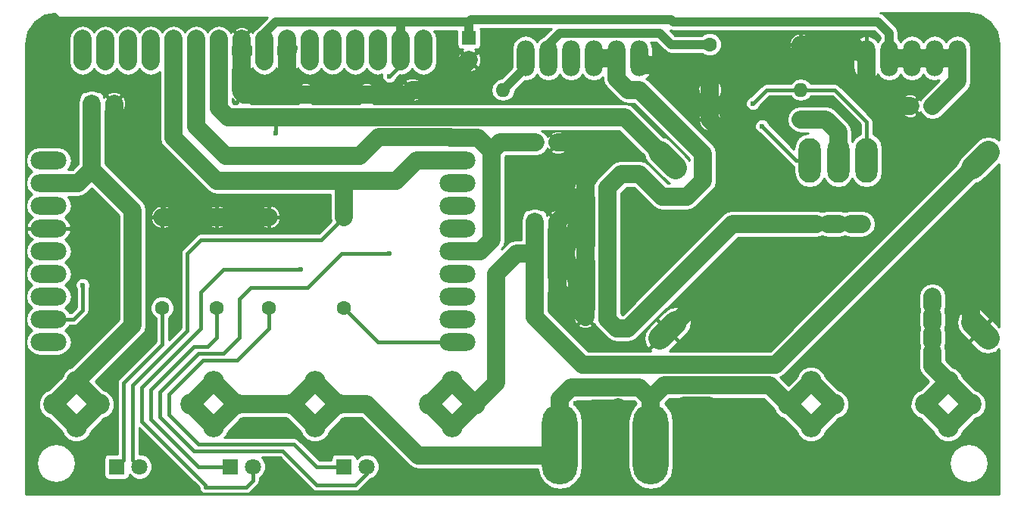
<source format=gbr>
G04 #@! TF.FileFunction,Copper,L2,Bot,Signal*
%FSLAX46Y46*%
G04 Gerber Fmt 4.6, Leading zero omitted, Abs format (unit mm)*
G04 Created by KiCad (PCBNEW 4.0.6) date 12/04/17 20:43:38*
%MOMM*%
%LPD*%
G01*
G04 APERTURE LIST*
%ADD10C,0.050000*%
%ADD11C,1.600000*%
%ADD12O,1.600000X1.600000*%
%ADD13R,1.600000X1.600000*%
%ADD14C,1.700000*%
%ADD15C,2.500000*%
%ADD16O,2.500000X5.000000*%
%ADD17O,2.000000X4.000000*%
%ADD18O,4.000000X2.000000*%
%ADD19C,2.350000*%
%ADD20R,1.800000X1.800000*%
%ADD21C,1.800000*%
%ADD22O,4.000000X9.000000*%
%ADD23C,0.600000*%
%ADD24C,0.400000*%
%ADD25C,2.000000*%
%ADD26C,1.000000*%
%ADD27C,0.254000*%
G04 APERTURE END LIST*
D10*
D11*
X61976000Y-68580000D03*
D12*
X61976000Y-58420000D03*
D13*
X90170000Y-38354000D03*
D11*
X90170000Y-40854000D03*
D13*
X48006000Y-45720000D03*
D11*
X50506000Y-45720000D03*
D13*
X97536000Y-66040000D03*
D11*
X100036000Y-66040000D03*
D13*
X78740000Y-47244000D03*
D11*
X78740000Y-44744000D03*
D13*
X71882000Y-47244000D03*
D11*
X71882000Y-44744000D03*
D13*
X65024000Y-47244000D03*
D11*
X65024000Y-44744000D03*
D13*
X105664000Y-69596000D03*
D11*
X103164000Y-69596000D03*
D13*
X105664000Y-62484000D03*
D11*
X103164000Y-62484000D03*
D13*
X105664000Y-55372000D03*
D11*
X103164000Y-55372000D03*
D14*
X46990000Y-38510000D03*
X46990000Y-41050000D03*
X49530000Y-38510000D03*
X49530000Y-41050000D03*
X52070000Y-38510000D03*
X52070000Y-41050000D03*
X54610000Y-38510000D03*
X54610000Y-41050000D03*
X57150000Y-38510000D03*
X57150000Y-41050000D03*
X59690000Y-38510000D03*
X59690000Y-41050000D03*
X62230000Y-38510000D03*
X62230000Y-41050000D03*
X64770000Y-38510000D03*
X64770000Y-41050000D03*
X67310000Y-38510000D03*
X67310000Y-41050000D03*
X69850000Y-38510000D03*
X69850000Y-41050000D03*
X72390000Y-38510000D03*
X72390000Y-41050000D03*
X74930000Y-38510000D03*
X74930000Y-41050000D03*
X77470000Y-38510000D03*
X77470000Y-41050000D03*
X80010000Y-38510000D03*
X80010000Y-41050000D03*
X82550000Y-38510000D03*
X82550000Y-41050000D03*
X85090000Y-38510000D03*
X85090000Y-41050000D03*
D11*
X117094000Y-39116000D03*
D12*
X127254000Y-39116000D03*
D11*
X76200000Y-68580000D03*
D12*
X76200000Y-58420000D03*
D11*
X83820000Y-44196000D03*
D12*
X93980000Y-44196000D03*
D15*
X148203883Y-72003883D02*
X146436117Y-70236117D01*
X111511117Y-72003883D02*
X113278883Y-70236117D01*
X113278883Y-52953883D02*
X111511117Y-51186117D01*
D16*
X128270000Y-52070000D03*
X131445000Y-52070000D03*
X134620000Y-52070000D03*
D15*
X146436117Y-52953883D02*
X148203883Y-51186117D01*
D17*
X144780000Y-40640000D03*
X142240000Y-40640000D03*
X139700000Y-40640000D03*
X137160000Y-40640000D03*
X134620000Y-40640000D03*
X109220000Y-40640000D03*
X106680000Y-40640000D03*
X104140000Y-40640000D03*
X101600000Y-40640000D03*
X99060000Y-40640000D03*
X96520000Y-40640000D03*
D18*
X43180000Y-54610000D03*
X43180000Y-59690000D03*
X43180000Y-69850000D03*
X88900000Y-52070000D03*
X88900000Y-62230000D03*
X88900000Y-72390000D03*
X43180000Y-52070000D03*
X43180000Y-57150000D03*
X43180000Y-64770000D03*
X43180000Y-67310000D03*
X43180000Y-72390000D03*
X88900000Y-54610000D03*
X88900000Y-57150000D03*
X88900000Y-59690000D03*
X88900000Y-64770000D03*
X88900000Y-67310000D03*
X88900000Y-69850000D03*
X43180000Y-62230000D03*
D19*
X75485000Y-79375000D03*
X70405000Y-79375000D03*
X85725000Y-79375000D03*
X90805000Y-79375000D03*
X72945000Y-81915000D03*
X72945000Y-76835000D03*
X88265000Y-81915000D03*
X88265000Y-76835000D03*
X48815000Y-79375000D03*
X43735000Y-79375000D03*
X59055000Y-79375000D03*
X64135000Y-79375000D03*
X46275000Y-81915000D03*
X46275000Y-76835000D03*
X61595000Y-81915000D03*
X61595000Y-76835000D03*
X141177000Y-79375000D03*
X146257000Y-79375000D03*
X130937000Y-79375000D03*
X125857000Y-79375000D03*
X143717000Y-76835000D03*
X143717000Y-81915000D03*
X128397000Y-76835000D03*
X128397000Y-81915000D03*
D20*
X76200000Y-86360000D03*
D21*
X78740000Y-86360000D03*
D20*
X63500000Y-86360000D03*
D21*
X66040000Y-86360000D03*
D20*
X50800000Y-86360000D03*
D21*
X53340000Y-86360000D03*
D11*
X67818000Y-68580000D03*
D12*
X67818000Y-58420000D03*
D11*
X55880000Y-68580000D03*
D12*
X55880000Y-58420000D03*
D13*
X97536000Y-58928000D03*
D11*
X100036000Y-58928000D03*
X117094000Y-44196000D03*
D12*
X127254000Y-44196000D03*
D11*
X127254000Y-47498000D03*
D12*
X117094000Y-47498000D03*
D11*
X142000000Y-46000000D03*
X139500000Y-46000000D03*
X97600000Y-50100000D03*
X100100000Y-50100000D03*
D22*
X100330000Y-83820000D03*
X105410000Y-83820000D03*
X110490000Y-83820000D03*
X115570000Y-83820000D03*
D23*
X81280000Y-62484000D03*
X81280000Y-42672000D03*
X102870000Y-88646000D03*
X101854000Y-89154000D03*
X100838000Y-89154000D03*
X99822000Y-89154000D03*
X98806000Y-89154000D03*
X97790000Y-89154000D03*
X92075000Y-88265000D03*
X90805000Y-88265000D03*
X89535000Y-88265000D03*
X88265000Y-88265000D03*
X86995000Y-88265000D03*
X85725000Y-88265000D03*
X84455000Y-88265000D03*
X83185000Y-88265000D03*
X83185000Y-86995000D03*
X84455000Y-86995000D03*
X85725000Y-86995000D03*
X86995000Y-86995000D03*
X88265000Y-86995000D03*
X89535000Y-86995000D03*
X90805000Y-86995000D03*
X92075000Y-86995000D03*
X103886000Y-89154000D03*
X104902000Y-89154000D03*
X105918000Y-89154000D03*
X106934000Y-89154000D03*
X102870000Y-87630000D03*
X113030000Y-89154000D03*
X107950000Y-87630000D03*
X107950000Y-88646000D03*
X108966000Y-89154000D03*
X109982000Y-89154000D03*
X110998000Y-89154000D03*
X112014000Y-89154000D03*
X102870000Y-79248000D03*
X103632000Y-79248000D03*
X107188000Y-79248000D03*
X108712000Y-79248000D03*
X102108000Y-79248000D03*
X107950000Y-79248000D03*
X107950000Y-80264000D03*
X102870000Y-80264000D03*
X75184000Y-44704000D03*
X67818000Y-43434000D03*
X67056000Y-42672000D03*
X66294000Y-43434000D03*
X64770000Y-42672000D03*
X71374000Y-43434000D03*
X72136000Y-42672000D03*
X72898000Y-43434000D03*
X73660000Y-42672000D03*
X74422000Y-43434000D03*
X75184000Y-42672000D03*
X75946000Y-43434000D03*
X76708000Y-42672000D03*
X67818000Y-44704000D03*
X68580000Y-42672000D03*
X48514000Y-67310000D03*
X50038000Y-67310000D03*
X50038000Y-65786000D03*
X48514000Y-65786000D03*
X48514000Y-64262000D03*
X50038000Y-64262000D03*
X50038000Y-62738000D03*
X48514000Y-62738000D03*
X48514000Y-61214000D03*
X50038000Y-61214000D03*
X50038000Y-59690000D03*
X48514000Y-59690000D03*
X57658000Y-55626000D03*
X52578000Y-52578000D03*
X54610000Y-52578000D03*
X53594000Y-53594000D03*
X55626000Y-53594000D03*
X54610000Y-54610000D03*
X56642000Y-54610000D03*
X55626000Y-55626000D03*
X120142000Y-55372000D03*
X120142000Y-54102000D03*
X120142000Y-52832000D03*
X122682000Y-52832000D03*
X121412000Y-52832000D03*
X121412000Y-54102000D03*
X121412000Y-55372000D03*
X122682000Y-55372000D03*
X122682000Y-54102000D03*
X122428000Y-68072000D03*
X121158000Y-68072000D03*
X119888000Y-68072000D03*
X119888000Y-66802000D03*
X121158000Y-66802000D03*
X122428000Y-66802000D03*
X122428000Y-65532000D03*
X121158000Y-65532000D03*
X119888000Y-65532000D03*
X97536000Y-54102000D03*
X98806000Y-54102000D03*
X100076000Y-54102000D03*
X100076000Y-52832000D03*
X98806000Y-52832000D03*
X97536000Y-52832000D03*
X96266000Y-52832000D03*
X96266000Y-54102000D03*
X96266000Y-55372000D03*
X97536000Y-55372000D03*
X98806000Y-55372000D03*
X100076000Y-55372000D03*
X121920000Y-45720000D03*
X46990000Y-66040000D03*
X71628000Y-39878000D03*
X129032000Y-59182000D03*
X130302000Y-59182000D03*
X131572000Y-59182000D03*
X132842000Y-59182000D03*
X134112000Y-59182000D03*
X141986000Y-73406000D03*
X141986000Y-72390000D03*
X141986000Y-71374000D03*
X141986000Y-70358000D03*
X141986000Y-69342000D03*
X141986000Y-68326000D03*
X141986000Y-67310000D03*
X68580000Y-49022000D03*
X71374000Y-64262000D03*
X108966000Y-48768000D03*
X122936000Y-48260000D03*
D24*
X67564000Y-66294000D02*
X65786000Y-66294000D01*
X62738000Y-73660000D02*
X59944000Y-73660000D01*
X59944000Y-73660000D02*
X55626000Y-77978000D01*
X55626000Y-77978000D02*
X55626000Y-79248000D01*
X72136000Y-66294000D02*
X68326000Y-66294000D01*
X81280000Y-62484000D02*
X75946000Y-62484000D01*
X75946000Y-62484000D02*
X72136000Y-66294000D01*
X82550000Y-41402000D02*
X81280000Y-42672000D01*
X64516000Y-71882000D02*
X62992000Y-73406000D01*
X64516000Y-69342000D02*
X64516000Y-71882000D01*
X68326000Y-66294000D02*
X67564000Y-66294000D01*
X62230000Y-84582000D02*
X59436000Y-84582000D01*
X70612000Y-85852000D02*
X69342000Y-84582000D01*
X73152000Y-88392000D02*
X70612000Y-85852000D01*
X77470000Y-88392000D02*
X73152000Y-88392000D01*
X77470000Y-88392000D02*
X78740000Y-87122000D01*
X69342000Y-84582000D02*
X64008000Y-84582000D01*
X64008000Y-84582000D02*
X62230000Y-84582000D01*
X55626000Y-80772000D02*
X55626000Y-79248000D01*
X59436000Y-84582000D02*
X55626000Y-80772000D01*
X62992000Y-73406000D02*
X62738000Y-73660000D01*
X64516000Y-67564000D02*
X64516000Y-69342000D01*
X65786000Y-66294000D02*
X64516000Y-67564000D01*
X78740000Y-86360000D02*
X78740000Y-87122000D01*
D25*
X144780000Y-40640000D02*
X144780000Y-43220000D01*
X144780000Y-43220000D02*
X142000000Y-46000000D01*
D24*
X82550000Y-41050000D02*
X82550000Y-41402000D01*
D26*
X90170000Y-36830000D02*
X90170000Y-38354000D01*
X101600000Y-36322000D02*
X90424000Y-36322000D01*
X112776000Y-36322000D02*
X101600000Y-36322000D01*
X135890000Y-36576000D02*
X137160000Y-37846000D01*
X137160000Y-40640000D02*
X137160000Y-37846000D01*
X113030000Y-36576000D02*
X135890000Y-36576000D01*
X113030000Y-36576000D02*
X112776000Y-36322000D01*
X90424000Y-36322000D02*
X90170000Y-36576000D01*
X90170000Y-36576000D02*
X90170000Y-36830000D01*
X90170000Y-36830000D02*
X90170000Y-36576000D01*
D25*
X142240000Y-40640000D02*
X144780000Y-40640000D01*
X139700000Y-40640000D02*
X142240000Y-40640000D01*
X137160000Y-40640000D02*
X139700000Y-40640000D01*
D26*
X82550000Y-36576000D02*
X88138000Y-36576000D01*
X90170000Y-36576000D02*
X88138000Y-36576000D01*
X82550000Y-38510000D02*
X82550000Y-36576000D01*
X67310000Y-38510000D02*
X67310000Y-37846000D01*
X67310000Y-37846000D02*
X68580000Y-36576000D01*
X68580000Y-36576000D02*
X82550000Y-36576000D01*
D25*
X82550000Y-38510000D02*
X82550000Y-41050000D01*
X67310000Y-38510000D02*
X67310000Y-41050000D01*
D24*
X102870000Y-88646000D02*
X102362000Y-89154000D01*
X102362000Y-89154000D02*
X101854000Y-89154000D01*
X100838000Y-89154000D02*
X99822000Y-89154000D01*
X98806000Y-89154000D02*
X97790000Y-89154000D01*
X90805000Y-88265000D02*
X92075000Y-88265000D01*
X88265000Y-88265000D02*
X89535000Y-88265000D01*
X85725000Y-88265000D02*
X86995000Y-88265000D01*
X83185000Y-88265000D02*
X84455000Y-88265000D01*
X84455000Y-86995000D02*
X83185000Y-86995000D01*
X86995000Y-86995000D02*
X85725000Y-86995000D01*
X89535000Y-86995000D02*
X88265000Y-86995000D01*
X92075000Y-86995000D02*
X90805000Y-86995000D01*
D25*
X136144000Y-81534000D02*
X132080000Y-85598000D01*
X146304000Y-70104000D02*
X146304000Y-66294000D01*
X136144000Y-67818000D02*
X136144000Y-81534000D01*
X139954000Y-64008000D02*
X136144000Y-67818000D01*
X144018000Y-64008000D02*
X139954000Y-64008000D01*
X146304000Y-66294000D02*
X144018000Y-64008000D01*
X132080000Y-85598000D02*
X117348000Y-85598000D01*
X117348000Y-85598000D02*
X115570000Y-83820000D01*
X116967000Y-88138000D02*
X116967000Y-79502000D01*
X114173000Y-88138000D02*
X114173000Y-79502000D01*
X114173000Y-88138000D02*
X116967000Y-88138000D01*
X116967000Y-85217000D02*
X116967000Y-88138000D01*
X114173000Y-88138000D02*
X114173000Y-85217000D01*
X115570000Y-83820000D02*
X114173000Y-85217000D01*
X115570000Y-83820000D02*
X116967000Y-85217000D01*
X114173000Y-79502000D02*
X116967000Y-79502000D01*
X116967000Y-82423000D02*
X116967000Y-79502000D01*
X114173000Y-79502000D02*
X114173000Y-82423000D01*
X115570000Y-83820000D02*
X114173000Y-82423000D01*
X115570000Y-83820000D02*
X116967000Y-82423000D01*
X104013000Y-88392000D02*
X106807000Y-88392000D01*
X106807000Y-79756000D02*
X106807000Y-88519000D01*
X104013000Y-88392000D02*
X104013000Y-79883000D01*
X106807000Y-88392000D02*
X106807000Y-88519000D01*
X106807000Y-79756000D02*
X106680000Y-79883000D01*
X106680000Y-79883000D02*
X104013000Y-79883000D01*
X104013000Y-79883000D02*
X103886000Y-80010000D01*
X105410000Y-83820000D02*
X106807000Y-82423000D01*
X106807000Y-82423000D02*
X106807000Y-79756000D01*
X106807000Y-79756000D02*
X106807000Y-79724002D01*
D24*
X103886000Y-89154000D02*
X104902000Y-89154000D01*
X106934000Y-89154000D02*
X105918000Y-89154000D01*
X105410000Y-83820000D02*
X105410000Y-85090000D01*
X105410000Y-85090000D02*
X102870000Y-87630000D01*
X107950000Y-87630000D02*
X107950000Y-88646000D01*
X108966000Y-89154000D02*
X109982000Y-89154000D01*
X110998000Y-89154000D02*
X112014000Y-89154000D01*
X102870000Y-79248000D02*
X103632000Y-79248000D01*
X107950000Y-79248000D02*
X108712000Y-79248000D01*
X105410000Y-83820000D02*
X105410000Y-82804000D01*
X105410000Y-82804000D02*
X107950000Y-80264000D01*
X105410000Y-82804000D02*
X102870000Y-80264000D01*
D25*
X100100000Y-50100000D02*
X104974000Y-50100000D01*
X103164000Y-51910000D02*
X105036000Y-50038000D01*
X103164000Y-51910000D02*
X103164000Y-55372000D01*
X104974000Y-50100000D02*
X105036000Y-50038000D01*
X137000000Y-46000000D02*
X139500000Y-46000000D01*
X134620000Y-43620000D02*
X137000000Y-46000000D01*
X134620000Y-40640000D02*
X134620000Y-43620000D01*
X147320000Y-71120000D02*
X146304000Y-70104000D01*
D24*
X75184000Y-44704000D02*
X75184000Y-44744000D01*
X75184000Y-44744000D02*
X75184000Y-44704000D01*
X75184000Y-44704000D02*
X75184000Y-44744000D01*
D25*
X75184000Y-44744000D02*
X71882000Y-44744000D01*
D24*
X67818000Y-43434000D02*
X67056000Y-42672000D01*
X66294000Y-43434000D02*
X65532000Y-42672000D01*
X65532000Y-42672000D02*
X64770000Y-42672000D01*
X76708000Y-44744000D02*
X76708000Y-42672000D01*
X70612000Y-42672000D02*
X69850000Y-42672000D01*
X71374000Y-43434000D02*
X70612000Y-42672000D01*
X72898000Y-43434000D02*
X72136000Y-42672000D01*
X74422000Y-43434000D02*
X73660000Y-42672000D01*
X75946000Y-43434000D02*
X75184000Y-42672000D01*
X67818000Y-44704000D02*
X67818000Y-44744000D01*
X67818000Y-44744000D02*
X67818000Y-44704000D01*
X67818000Y-44704000D02*
X67818000Y-44744000D01*
X69850000Y-42672000D02*
X68580000Y-42672000D01*
D25*
X61976000Y-58420000D02*
X67818000Y-58420000D01*
X55880000Y-58420000D02*
X61976000Y-58420000D01*
D24*
X43180000Y-59690000D02*
X48514000Y-59690000D01*
X50038000Y-65786000D02*
X50038000Y-67310000D01*
X48514000Y-64262000D02*
X48514000Y-65786000D01*
X50038000Y-62738000D02*
X50038000Y-64262000D01*
X48514000Y-61214000D02*
X48514000Y-62738000D01*
X50038000Y-59690000D02*
X50038000Y-61214000D01*
D25*
X50506000Y-45720000D02*
X50506000Y-48474000D01*
X50506000Y-48474000D02*
X54610000Y-52578000D01*
D24*
X55880000Y-58420000D02*
X55880000Y-57404000D01*
X55880000Y-57404000D02*
X57658000Y-55626000D01*
X53594000Y-53594000D02*
X54610000Y-52578000D01*
X54610000Y-54610000D02*
X55626000Y-53594000D01*
X55626000Y-55626000D02*
X56642000Y-54610000D01*
D25*
X69850000Y-41050000D02*
X69850000Y-42672000D01*
X69850000Y-42672000D02*
X69850000Y-44744000D01*
X69850000Y-44744000D02*
X69850000Y-44450000D01*
X69850000Y-44450000D02*
X69850000Y-44744000D01*
X65024000Y-44744000D02*
X64770000Y-44490000D01*
X64770000Y-44490000D02*
X64770000Y-41050000D01*
X71882000Y-44744000D02*
X69850000Y-44744000D01*
X69850000Y-44744000D02*
X67818000Y-44744000D01*
X67818000Y-44744000D02*
X65024000Y-44744000D01*
X78740000Y-44744000D02*
X76708000Y-44744000D01*
X76708000Y-44744000D02*
X75184000Y-44744000D01*
X83820000Y-44196000D02*
X83272000Y-44744000D01*
X83272000Y-44744000D02*
X78740000Y-44744000D01*
X83820000Y-44196000D02*
X86828000Y-44196000D01*
X86828000Y-44196000D02*
X90170000Y-40854000D01*
X117094000Y-47498000D02*
X121412000Y-51816000D01*
X121412000Y-51816000D02*
X121412000Y-52832000D01*
D24*
X120142000Y-55372000D02*
X120142000Y-54102000D01*
X120142000Y-52832000D02*
X121412000Y-52832000D01*
X121412000Y-54102000D02*
X121412000Y-55372000D01*
X122682000Y-55372000D02*
X122682000Y-54102000D01*
D25*
X112395000Y-71120000D02*
X116713000Y-66802000D01*
X116713000Y-66802000D02*
X119888000Y-66802000D01*
D24*
X119888000Y-68072000D02*
X121158000Y-68072000D01*
X121158000Y-66802000D02*
X119888000Y-66802000D01*
X122428000Y-65532000D02*
X122428000Y-66802000D01*
X119888000Y-65532000D02*
X121158000Y-65532000D01*
X103164000Y-55372000D02*
X100076000Y-55372000D01*
X100076000Y-54102000D02*
X98806000Y-54102000D01*
X98806000Y-52832000D02*
X100076000Y-52832000D01*
X96266000Y-52832000D02*
X97536000Y-52832000D01*
X96266000Y-55372000D02*
X96266000Y-54102000D01*
X98806000Y-55372000D02*
X97536000Y-55372000D01*
D25*
X100036000Y-58928000D02*
X103164000Y-55800000D01*
X103164000Y-55800000D02*
X103164000Y-55372000D01*
X103164000Y-69596000D02*
X100036000Y-66468000D01*
X100036000Y-66468000D02*
X100036000Y-66040000D01*
X100036000Y-66040000D02*
X100036000Y-58928000D01*
X103164000Y-62484000D02*
X103164000Y-69596000D01*
X103164000Y-55372000D02*
X103164000Y-62484000D01*
X148336000Y-72136000D02*
X147320000Y-71120000D01*
X148336000Y-72136000D02*
X147320000Y-71120000D01*
X117094000Y-44196000D02*
X117094000Y-41402000D01*
X116840000Y-41656000D02*
X116840000Y-41402000D01*
X117094000Y-41402000D02*
X116840000Y-41656000D01*
X117094000Y-47498000D02*
X117094000Y-44196000D01*
X109220000Y-40640000D02*
X109982000Y-41402000D01*
X109982000Y-41402000D02*
X116840000Y-41402000D01*
X116840000Y-41402000D02*
X127254000Y-41402000D01*
X127254000Y-41402000D02*
X127254000Y-39116000D01*
X134620000Y-40640000D02*
X133096000Y-39116000D01*
X133096000Y-39116000D02*
X127254000Y-39116000D01*
X69850000Y-38510000D02*
X69850000Y-41050000D01*
X64770000Y-38510000D02*
X64770000Y-41050000D01*
X75485000Y-79375000D02*
X78740000Y-79375000D01*
X84455000Y-85090000D02*
X99060000Y-85090000D01*
X78740000Y-79375000D02*
X84455000Y-85090000D01*
X99060000Y-85090000D02*
X100330000Y-83820000D01*
X125857000Y-79375000D02*
X123729998Y-77247998D01*
X111982002Y-77247998D02*
X110490000Y-78740000D01*
X123729998Y-77247998D02*
X111982002Y-77247998D01*
X64135000Y-79375000D02*
X70405000Y-79375000D01*
X72945000Y-81915000D02*
X70405000Y-79375000D01*
X75485000Y-79375000D02*
X72945000Y-81915000D01*
X72945000Y-76835000D02*
X75485000Y-79375000D01*
X70405000Y-79375000D02*
X72945000Y-76835000D01*
X110490000Y-83820000D02*
X110490000Y-78740000D01*
X100330000Y-78740000D02*
X100330000Y-83820000D01*
X101600000Y-77470000D02*
X100330000Y-78740000D01*
X109220000Y-77470000D02*
X101600000Y-77470000D01*
X110490000Y-78740000D02*
X109220000Y-77470000D01*
X59055000Y-79375000D02*
X61595000Y-76835000D01*
X61595000Y-81915000D02*
X59055000Y-79375000D01*
X64135000Y-79375000D02*
X61595000Y-81915000D01*
X61595000Y-76835000D02*
X64135000Y-79375000D01*
X128397000Y-81915000D02*
X130937000Y-79375000D01*
X125857000Y-79375000D02*
X128397000Y-81915000D01*
X128397000Y-76835000D02*
X130937000Y-79375000D01*
X125857000Y-79375000D02*
X128397000Y-76835000D01*
X97600000Y-50100000D02*
X93664000Y-50100000D01*
X93664000Y-50100000D02*
X92710000Y-51054000D01*
X74168000Y-51562000D02*
X62992000Y-51562000D01*
X59690000Y-48260000D02*
X59690000Y-46990000D01*
X59690000Y-41050000D02*
X59690000Y-46990000D01*
X88138000Y-49530000D02*
X88106002Y-49498002D01*
X91186000Y-49530000D02*
X88138000Y-49530000D01*
X91186000Y-49530000D02*
X92710000Y-51054000D01*
X77978000Y-51562000D02*
X74168000Y-51562000D01*
X80041998Y-49498002D02*
X77978000Y-51562000D01*
X88106002Y-49498002D02*
X80041998Y-49498002D01*
X62992000Y-51562000D02*
X59690000Y-48260000D01*
X92710000Y-52578000D02*
X92710000Y-51054000D01*
X91440000Y-62230000D02*
X88900000Y-62230000D01*
X92710000Y-60960000D02*
X92710000Y-52578000D01*
X91440000Y-62230000D02*
X92710000Y-60960000D01*
X59690000Y-38510000D02*
X59690000Y-41050000D01*
X46990000Y-38510000D02*
X46990000Y-41050000D01*
X49530000Y-38510000D02*
X49530000Y-41050000D01*
X52070000Y-38510000D02*
X52070000Y-41050000D01*
X54610000Y-38510000D02*
X54610000Y-41050000D01*
D24*
X58674000Y-66802000D02*
X58674000Y-71120000D01*
X58674000Y-62484000D02*
X58674000Y-66802000D01*
X76200000Y-58420000D02*
X73660000Y-60960000D01*
X73660000Y-60960000D02*
X60198000Y-60960000D01*
X60198000Y-60960000D02*
X58674000Y-62484000D01*
X52578000Y-85598000D02*
X52578000Y-80518000D01*
X52578000Y-85598000D02*
X53340000Y-86360000D01*
X52578000Y-77216000D02*
X52578000Y-80518000D01*
X58674000Y-71120000D02*
X52578000Y-77216000D01*
D25*
X76200000Y-58420000D02*
X76200000Y-54356000D01*
X76200000Y-54356000D02*
X75946000Y-54356000D01*
X60960000Y-53340000D02*
X61976000Y-54356000D01*
X57150000Y-41050000D02*
X57150000Y-49530000D01*
X57150000Y-49530000D02*
X60960000Y-53340000D01*
X84328000Y-52070000D02*
X88900000Y-52070000D01*
X82042000Y-54356000D02*
X84328000Y-52070000D01*
X81534000Y-54356000D02*
X82042000Y-54356000D01*
X61976000Y-54356000D02*
X75946000Y-54356000D01*
X75946000Y-54356000D02*
X81534000Y-54356000D01*
X57150000Y-38510000D02*
X57150000Y-41050000D01*
D24*
X127254000Y-44196000D02*
X131064000Y-44196000D01*
X121920000Y-45720000D02*
X123444000Y-44196000D01*
X123444000Y-44196000D02*
X127254000Y-44196000D01*
X134620000Y-47752000D02*
X134620000Y-52070000D01*
X131064000Y-44196000D02*
X134620000Y-47752000D01*
X45974000Y-69850000D02*
X43180000Y-69850000D01*
X46990000Y-68834000D02*
X45974000Y-69850000D01*
X46990000Y-66040000D02*
X46990000Y-68834000D01*
X71628000Y-40288000D02*
X71628000Y-39878000D01*
X72390000Y-41050000D02*
X71628000Y-40288000D01*
D25*
X72390000Y-38510000D02*
X72390000Y-41050000D01*
X74930000Y-38510000D02*
X74930000Y-41050000D01*
X77470000Y-38510000D02*
X77470000Y-41050000D01*
X80010000Y-38510000D02*
X80010000Y-41050000D01*
X85090000Y-38510000D02*
X85090000Y-41050000D01*
X131445000Y-52070000D02*
X131445000Y-48895000D01*
X130048000Y-47498000D02*
X127254000Y-47498000D01*
X131445000Y-48895000D02*
X130048000Y-47498000D01*
D26*
X111506000Y-37846000D02*
X112776000Y-39116000D01*
X104140000Y-37846000D02*
X111506000Y-37846000D01*
X100330000Y-37846000D02*
X104140000Y-37846000D01*
X99060000Y-39116000D02*
X100330000Y-37846000D01*
X112776000Y-39116000D02*
X117094000Y-39116000D01*
X99060000Y-40640000D02*
X99060000Y-39116000D01*
D24*
X76200000Y-68580000D02*
X80010000Y-72390000D01*
X80010000Y-72390000D02*
X88900000Y-72390000D01*
D26*
X96520000Y-40640000D02*
X96520000Y-41656000D01*
X96520000Y-41656000D02*
X93980000Y-44196000D01*
D25*
X50546000Y-55626000D02*
X52578000Y-57658000D01*
X49784000Y-54864000D02*
X50546000Y-55626000D01*
X46275000Y-76835000D02*
X50546000Y-72564000D01*
X49784000Y-54864000D02*
X48006000Y-53086000D01*
X52578000Y-70532000D02*
X50546000Y-72564000D01*
X52578000Y-57658000D02*
X52578000Y-70532000D01*
X48006000Y-45720000D02*
X48006000Y-51816000D01*
X48006000Y-51816000D02*
X48006000Y-53086000D01*
X46482000Y-54610000D02*
X43180000Y-54610000D01*
X48006000Y-53086000D02*
X46482000Y-54610000D01*
X43735000Y-79375000D02*
X46275000Y-76835000D01*
X46275000Y-81915000D02*
X43735000Y-79375000D01*
X48815000Y-79375000D02*
X46275000Y-81915000D01*
X46275000Y-76835000D02*
X48815000Y-79375000D01*
X119634000Y-59182000D02*
X129032000Y-59182000D01*
X130302000Y-59182000D02*
X131572000Y-59182000D01*
X132842000Y-59182000D02*
X134112000Y-59182000D01*
X105664000Y-69850000D02*
X106680000Y-70866000D01*
X107950000Y-70866000D02*
X112014000Y-66802000D01*
X106680000Y-70866000D02*
X107950000Y-70866000D01*
X112014000Y-66802000D02*
X119634000Y-59182000D01*
X141986000Y-75104000D02*
X143717000Y-76835000D01*
X141986000Y-73406000D02*
X141986000Y-75104000D01*
X141986000Y-71374000D02*
X141986000Y-72390000D01*
X141986000Y-69342000D02*
X141986000Y-70358000D01*
X141986000Y-67310000D02*
X141986000Y-68326000D01*
X105664000Y-69596000D02*
X105664000Y-69850000D01*
X105664000Y-55372000D02*
X105664000Y-55118000D01*
X105664000Y-55118000D02*
X107188000Y-53594000D01*
X116332000Y-54356000D02*
X114554000Y-56134000D01*
X113030000Y-48006000D02*
X116332000Y-51308000D01*
X109220000Y-44196000D02*
X107950000Y-44196000D01*
X107950000Y-44196000D02*
X106680000Y-42926000D01*
X106680000Y-40640000D02*
X106680000Y-42926000D01*
X113030000Y-48006000D02*
X109220000Y-44196000D01*
X116332000Y-51308000D02*
X116332000Y-54356000D01*
X111760000Y-56134000D02*
X114554000Y-56134000D01*
X109220000Y-53594000D02*
X111760000Y-56134000D01*
X107188000Y-53594000D02*
X109220000Y-53594000D01*
X105664000Y-69596000D02*
X105664000Y-62484000D01*
X105664000Y-62484000D02*
X105664000Y-55372000D01*
X143717000Y-81915000D02*
X146257000Y-79375000D01*
X141177000Y-79375000D02*
X143717000Y-81915000D01*
X143717000Y-76835000D02*
X146257000Y-79375000D01*
X141177000Y-79375000D02*
X143717000Y-76835000D01*
X104140000Y-40640000D02*
X106680000Y-40640000D01*
D24*
X57658000Y-73406000D02*
X53594000Y-77470000D01*
X53594000Y-81280000D02*
X53594000Y-80264000D01*
X54610000Y-82296000D02*
X53848000Y-81534000D01*
X60706000Y-88392000D02*
X54610000Y-82296000D01*
X60706000Y-88646000D02*
X65278000Y-88646000D01*
X65278000Y-88646000D02*
X66040000Y-87884000D01*
X66040000Y-86360000D02*
X66040000Y-87884000D01*
X60706000Y-88646000D02*
X60706000Y-88392000D01*
X53848000Y-81534000D02*
X53594000Y-81280000D01*
X60198000Y-70866000D02*
X57658000Y-73406000D01*
X62738000Y-64262000D02*
X60198000Y-66802000D01*
X67310000Y-64262000D02*
X71374000Y-64262000D01*
X68580000Y-49022000D02*
X68580000Y-47244000D01*
X67310000Y-64262000D02*
X62738000Y-64262000D01*
X60198000Y-66802000D02*
X60198000Y-70866000D01*
X53594000Y-77470000D02*
X53594000Y-80264000D01*
X128270000Y-52070000D02*
X126746000Y-52070000D01*
X126746000Y-52070000D02*
X122936000Y-48260000D01*
X108966000Y-48768000D02*
X109029500Y-48704500D01*
X109029500Y-48704500D02*
X108966000Y-48768000D01*
X108966000Y-48768000D02*
X108966000Y-48641000D01*
D25*
X112395000Y-52070000D02*
X108966000Y-48641000D01*
X108966000Y-48641000D02*
X107569000Y-47244000D01*
X85598000Y-47244000D02*
X78740000Y-47244000D01*
X107569000Y-47244000D02*
X85598000Y-47244000D01*
X71882000Y-47244000D02*
X78740000Y-47244000D01*
X65024000Y-47244000D02*
X68580000Y-47244000D01*
X68580000Y-47244000D02*
X71882000Y-47244000D01*
X62230000Y-41050000D02*
X62230000Y-44958000D01*
X63246000Y-47244000D02*
X65024000Y-47244000D01*
X62230000Y-46228000D02*
X63246000Y-47244000D01*
X62230000Y-44958000D02*
X62230000Y-46228000D01*
X112395000Y-52070000D02*
X112522000Y-52070000D01*
X62230000Y-38510000D02*
X62230000Y-41050000D01*
D24*
X62484000Y-83820000D02*
X59944000Y-83820000D01*
X73152000Y-86360000D02*
X70612000Y-83820000D01*
X70612000Y-83820000D02*
X62484000Y-83820000D01*
X67818000Y-68580000D02*
X67818000Y-70866000D01*
X56642000Y-78232000D02*
X56642000Y-80518000D01*
X60452000Y-74422000D02*
X56642000Y-78232000D01*
X64262000Y-74422000D02*
X60452000Y-74422000D01*
X67818000Y-70866000D02*
X64262000Y-74422000D01*
X73152000Y-86360000D02*
X76200000Y-86360000D01*
X59944000Y-83820000D02*
X56642000Y-80518000D01*
X61976000Y-71628000D02*
X61976000Y-71882000D01*
X61976000Y-68580000D02*
X61976000Y-71628000D01*
X59944000Y-86360000D02*
X54610000Y-81026000D01*
X54610000Y-81026000D02*
X54610000Y-79502000D01*
X60452000Y-86360000D02*
X63500000Y-86360000D01*
X60452000Y-86360000D02*
X59944000Y-86360000D01*
X54610000Y-77724000D02*
X54610000Y-79502000D01*
X59436000Y-72898000D02*
X54610000Y-77724000D01*
X60960000Y-72898000D02*
X59436000Y-72898000D01*
X61976000Y-71882000D02*
X60960000Y-72898000D01*
X55880000Y-71120000D02*
X55880000Y-72644000D01*
X55880000Y-68580000D02*
X55880000Y-71120000D01*
X51562000Y-81026000D02*
X51562000Y-85598000D01*
X51562000Y-76962000D02*
X51562000Y-81026000D01*
X55880000Y-72644000D02*
X51562000Y-76962000D01*
X50800000Y-86360000D02*
X51562000Y-85598000D01*
D25*
X90805000Y-79375000D02*
X93218000Y-76962000D01*
X93218000Y-72644000D02*
X93218000Y-64770000D01*
X93218000Y-64770000D02*
X95504000Y-62484000D01*
X95504000Y-62484000D02*
X97536000Y-62484000D01*
X93218000Y-76962000D02*
X93218000Y-72644000D01*
X85725000Y-79375000D02*
X88265000Y-76835000D01*
X88265000Y-81915000D02*
X85725000Y-79375000D01*
X90805000Y-79375000D02*
X88265000Y-81915000D01*
X88265000Y-76835000D02*
X90805000Y-79375000D01*
X97536000Y-66040000D02*
X97536000Y-69596000D01*
X124460000Y-74930000D02*
X147320000Y-52070000D01*
X102870000Y-74930000D02*
X124460000Y-74930000D01*
X97536000Y-69596000D02*
X102870000Y-74930000D01*
X97536000Y-66040000D02*
X97536000Y-67564000D01*
X97536000Y-58928000D02*
X97536000Y-62484000D01*
X97536000Y-62484000D02*
X97536000Y-62738000D01*
X97536000Y-63246000D02*
X97536000Y-66040000D01*
X97536000Y-62738000D02*
X97536000Y-63246000D01*
D27*
G36*
X44074322Y-35925678D02*
X44269625Y-36056175D01*
X44500000Y-36102000D01*
X67601602Y-36102000D01*
X66583801Y-37119801D01*
X66494222Y-37253866D01*
X66230248Y-37430248D01*
X65975059Y-37812165D01*
X65947213Y-37744938D01*
X65719737Y-37663501D01*
X64873238Y-38510000D01*
X65719737Y-39356499D01*
X65783000Y-39333851D01*
X65783000Y-40226149D01*
X65719737Y-40203501D01*
X64873238Y-41050000D01*
X65719737Y-41896499D01*
X65947213Y-41815062D01*
X65974434Y-41746900D01*
X66230248Y-42129752D01*
X66725642Y-42460764D01*
X67310000Y-42577000D01*
X67894358Y-42460764D01*
X68389752Y-42129752D01*
X68476625Y-41999737D01*
X69003501Y-41999737D01*
X69084938Y-42227213D01*
X69593675Y-42430380D01*
X70141435Y-42423397D01*
X70615062Y-42227213D01*
X70696499Y-41999737D01*
X69850000Y-41153238D01*
X69003501Y-41999737D01*
X68476625Y-41999737D01*
X68644941Y-41747835D01*
X68672787Y-41815062D01*
X68900263Y-41896499D01*
X69746762Y-41050000D01*
X68900263Y-40203501D01*
X68837000Y-40226149D01*
X68837000Y-39333851D01*
X68900263Y-39356499D01*
X69746762Y-38510000D01*
X69732620Y-38495858D01*
X69835858Y-38392620D01*
X69850000Y-38406762D01*
X69864142Y-38392620D01*
X69967380Y-38495858D01*
X69953238Y-38510000D01*
X70799737Y-39356499D01*
X70863000Y-39333851D01*
X70863000Y-39563811D01*
X70801144Y-39712778D01*
X70800877Y-40018872D01*
X70789382Y-40007377D01*
X70696498Y-40100261D01*
X70615062Y-39872787D01*
X70386964Y-39781695D01*
X70615062Y-39687213D01*
X70696499Y-39459737D01*
X69850000Y-38613238D01*
X69003501Y-39459737D01*
X69084938Y-39687213D01*
X69313036Y-39778305D01*
X69084938Y-39872787D01*
X69003501Y-40100263D01*
X69850000Y-40946762D01*
X69864142Y-40932620D01*
X69967380Y-41035858D01*
X69953238Y-41050000D01*
X70799737Y-41896499D01*
X71027213Y-41815062D01*
X71054434Y-41746900D01*
X71310248Y-42129752D01*
X71805642Y-42460764D01*
X72390000Y-42577000D01*
X72974358Y-42460764D01*
X73469752Y-42129752D01*
X73660000Y-41845026D01*
X73850248Y-42129752D01*
X74345642Y-42460764D01*
X74930000Y-42577000D01*
X75514358Y-42460764D01*
X76009752Y-42129752D01*
X76200000Y-41845026D01*
X76390248Y-42129752D01*
X76885642Y-42460764D01*
X77470000Y-42577000D01*
X78054358Y-42460764D01*
X78549752Y-42129752D01*
X78740000Y-41845026D01*
X78930248Y-42129752D01*
X79425642Y-42460764D01*
X80010000Y-42577000D01*
X80461257Y-42487239D01*
X80453144Y-42506778D01*
X80452857Y-42835779D01*
X80578495Y-43139846D01*
X80810930Y-43372688D01*
X81114778Y-43498856D01*
X81443779Y-43499143D01*
X81747846Y-43373505D01*
X81839137Y-43282373D01*
X83009611Y-43282373D01*
X83820000Y-44092762D01*
X84630389Y-43282373D01*
X84555055Y-43060089D01*
X84064408Y-42865261D01*
X83536551Y-42873027D01*
X83084945Y-43060089D01*
X83009611Y-43282373D01*
X81839137Y-43282373D01*
X81980688Y-43141070D01*
X82081253Y-42898880D01*
X82427500Y-42552633D01*
X82550000Y-42577000D01*
X83134358Y-42460764D01*
X83629752Y-42129752D01*
X83820000Y-41845026D01*
X84010248Y-42129752D01*
X84505642Y-42460764D01*
X85090000Y-42577000D01*
X85674358Y-42460764D01*
X86169752Y-42129752D01*
X86411716Y-41767627D01*
X89359611Y-41767627D01*
X89434945Y-41989911D01*
X89925592Y-42184739D01*
X90453449Y-42176973D01*
X90905055Y-41989911D01*
X90980389Y-41767627D01*
X90170000Y-40957238D01*
X89359611Y-41767627D01*
X86411716Y-41767627D01*
X86500764Y-41634358D01*
X86617000Y-41050000D01*
X86617000Y-40609592D01*
X88839261Y-40609592D01*
X88847027Y-41137449D01*
X89034089Y-41589055D01*
X89256373Y-41664389D01*
X90066762Y-40854000D01*
X90273238Y-40854000D01*
X91083627Y-41664389D01*
X91305911Y-41589055D01*
X91500739Y-41098408D01*
X91492973Y-40570551D01*
X91305911Y-40118945D01*
X91083627Y-40043611D01*
X90273238Y-40854000D01*
X90066762Y-40854000D01*
X89256373Y-40043611D01*
X89034089Y-40118945D01*
X88839261Y-40609592D01*
X86617000Y-40609592D01*
X86617000Y-38510000D01*
X86500764Y-37925642D01*
X86285181Y-37603000D01*
X88832676Y-37603000D01*
X88832676Y-39154000D01*
X88869423Y-39349294D01*
X88984842Y-39528660D01*
X89160951Y-39648990D01*
X89370000Y-39691324D01*
X89499561Y-39691324D01*
X89434945Y-39718089D01*
X89359611Y-39940373D01*
X90170000Y-40750762D01*
X90980389Y-39940373D01*
X90905055Y-39718089D01*
X90837651Y-39691324D01*
X90970000Y-39691324D01*
X91165294Y-39654577D01*
X91344660Y-39539158D01*
X91464990Y-39363049D01*
X91507324Y-39154000D01*
X91507324Y-37554000D01*
X91470577Y-37358706D01*
X91464331Y-37349000D01*
X99374602Y-37349000D01*
X98560815Y-38162787D01*
X98475642Y-38179729D01*
X97980248Y-38510741D01*
X97790000Y-38795467D01*
X97599752Y-38510741D01*
X97104358Y-38179729D01*
X96520000Y-38063493D01*
X95935642Y-38179729D01*
X95440248Y-38510741D01*
X95109236Y-39006135D01*
X94993000Y-39590493D01*
X94993000Y-41689507D01*
X94999818Y-41723784D01*
X93829921Y-42893682D01*
X93446182Y-42970012D01*
X93015672Y-43257669D01*
X92728015Y-43688179D01*
X92627003Y-44196000D01*
X92728015Y-44703821D01*
X93015672Y-45134331D01*
X93446182Y-45421988D01*
X93954003Y-45523000D01*
X94005997Y-45523000D01*
X94513818Y-45421988D01*
X94944328Y-45134331D01*
X95231985Y-44703821D01*
X95308315Y-44320082D01*
X96429827Y-43198570D01*
X96520000Y-43216507D01*
X97104358Y-43100271D01*
X97599752Y-42769259D01*
X97790000Y-42484533D01*
X97980248Y-42769259D01*
X98475642Y-43100271D01*
X99060000Y-43216507D01*
X99644358Y-43100271D01*
X100139752Y-42769259D01*
X100330000Y-42484533D01*
X100520248Y-42769259D01*
X101015642Y-43100271D01*
X101600000Y-43216507D01*
X102184358Y-43100271D01*
X102679752Y-42769259D01*
X102870000Y-42484533D01*
X103060248Y-42769259D01*
X103555642Y-43100271D01*
X104140000Y-43216507D01*
X104724358Y-43100271D01*
X105153000Y-42813861D01*
X105153000Y-42926000D01*
X105269236Y-43510358D01*
X105537973Y-43912551D01*
X105600248Y-44005752D01*
X106870248Y-45275752D01*
X107365642Y-45606764D01*
X107950000Y-45723000D01*
X108587496Y-45723000D01*
X114805000Y-51940504D01*
X114805000Y-52079997D01*
X114577345Y-51739287D01*
X112725713Y-49887655D01*
X112149213Y-49502450D01*
X111946665Y-49462161D01*
X108648752Y-46164248D01*
X108557444Y-46103238D01*
X108153358Y-45833236D01*
X107569000Y-45717000D01*
X79530267Y-45717000D01*
X79550389Y-45657627D01*
X78740000Y-44847238D01*
X77929611Y-45657627D01*
X77949733Y-45717000D01*
X72672267Y-45717000D01*
X72692389Y-45657627D01*
X71882000Y-44847238D01*
X71071611Y-45657627D01*
X71091733Y-45717000D01*
X65814267Y-45717000D01*
X65834389Y-45657627D01*
X65024000Y-44847238D01*
X64213611Y-45657627D01*
X64233733Y-45717000D01*
X63878504Y-45717000D01*
X63757000Y-45595496D01*
X63757000Y-45162579D01*
X63888089Y-45479055D01*
X64110373Y-45554389D01*
X64920762Y-44744000D01*
X65127238Y-44744000D01*
X65937627Y-45554389D01*
X66159911Y-45479055D01*
X66354739Y-44988408D01*
X66347548Y-44499592D01*
X70551261Y-44499592D01*
X70559027Y-45027449D01*
X70746089Y-45479055D01*
X70968373Y-45554389D01*
X71778762Y-44744000D01*
X71985238Y-44744000D01*
X72795627Y-45554389D01*
X73017911Y-45479055D01*
X73212739Y-44988408D01*
X73205548Y-44499592D01*
X77409261Y-44499592D01*
X77417027Y-45027449D01*
X77604089Y-45479055D01*
X77826373Y-45554389D01*
X78636762Y-44744000D01*
X78843238Y-44744000D01*
X79653627Y-45554389D01*
X79875911Y-45479055D01*
X80022604Y-45109627D01*
X83009611Y-45109627D01*
X83084945Y-45331911D01*
X83575592Y-45526739D01*
X84103449Y-45518973D01*
X84555055Y-45331911D01*
X84630389Y-45109627D01*
X83820000Y-44299238D01*
X83009611Y-45109627D01*
X80022604Y-45109627D01*
X80070739Y-44988408D01*
X80062973Y-44460551D01*
X79875911Y-44008945D01*
X79706683Y-43951592D01*
X82489261Y-43951592D01*
X82497027Y-44479449D01*
X82684089Y-44931055D01*
X82906373Y-45006389D01*
X83716762Y-44196000D01*
X83923238Y-44196000D01*
X84733627Y-45006389D01*
X84955911Y-44931055D01*
X85150739Y-44440408D01*
X85142973Y-43912551D01*
X84955911Y-43460945D01*
X84733627Y-43385611D01*
X83923238Y-44196000D01*
X83716762Y-44196000D01*
X82906373Y-43385611D01*
X82684089Y-43460945D01*
X82489261Y-43951592D01*
X79706683Y-43951592D01*
X79653627Y-43933611D01*
X78843238Y-44744000D01*
X78636762Y-44744000D01*
X77826373Y-43933611D01*
X77604089Y-44008945D01*
X77409261Y-44499592D01*
X73205548Y-44499592D01*
X73204973Y-44460551D01*
X73017911Y-44008945D01*
X72795627Y-43933611D01*
X71985238Y-44744000D01*
X71778762Y-44744000D01*
X70968373Y-43933611D01*
X70746089Y-44008945D01*
X70551261Y-44499592D01*
X66347548Y-44499592D01*
X66346973Y-44460551D01*
X66159911Y-44008945D01*
X65937627Y-43933611D01*
X65127238Y-44744000D01*
X64920762Y-44744000D01*
X64110373Y-43933611D01*
X63888089Y-44008945D01*
X63757000Y-44339074D01*
X63757000Y-43830373D01*
X64213611Y-43830373D01*
X65024000Y-44640762D01*
X65834389Y-43830373D01*
X71071611Y-43830373D01*
X71882000Y-44640762D01*
X72692389Y-43830373D01*
X77929611Y-43830373D01*
X78740000Y-44640762D01*
X79550389Y-43830373D01*
X79475055Y-43608089D01*
X78984408Y-43413261D01*
X78456551Y-43421027D01*
X78004945Y-43608089D01*
X77929611Y-43830373D01*
X72692389Y-43830373D01*
X72617055Y-43608089D01*
X72126408Y-43413261D01*
X71598551Y-43421027D01*
X71146945Y-43608089D01*
X71071611Y-43830373D01*
X65834389Y-43830373D01*
X65759055Y-43608089D01*
X65268408Y-43413261D01*
X64740551Y-43421027D01*
X64288945Y-43608089D01*
X64213611Y-43830373D01*
X63757000Y-43830373D01*
X63757000Y-41999737D01*
X63923501Y-41999737D01*
X64004938Y-42227213D01*
X64513675Y-42430380D01*
X65061435Y-42423397D01*
X65535062Y-42227213D01*
X65616499Y-41999737D01*
X64770000Y-41153238D01*
X63923501Y-41999737D01*
X63757000Y-41999737D01*
X63757000Y-41873851D01*
X63820263Y-41896499D01*
X64666762Y-41050000D01*
X63820263Y-40203501D01*
X63757000Y-40226149D01*
X63757000Y-39459737D01*
X63923501Y-39459737D01*
X64004938Y-39687213D01*
X64233036Y-39778305D01*
X64004938Y-39872787D01*
X63923501Y-40100263D01*
X64770000Y-40946762D01*
X65616499Y-40100263D01*
X65535062Y-39872787D01*
X65306964Y-39781695D01*
X65535062Y-39687213D01*
X65616499Y-39459737D01*
X64770000Y-38613238D01*
X63923501Y-39459737D01*
X63757000Y-39459737D01*
X63757000Y-39333851D01*
X63820263Y-39356499D01*
X64666762Y-38510000D01*
X63820263Y-37663501D01*
X63592787Y-37744938D01*
X63565566Y-37813100D01*
X63396626Y-37560263D01*
X63923501Y-37560263D01*
X64770000Y-38406762D01*
X65616499Y-37560263D01*
X65535062Y-37332787D01*
X65026325Y-37129620D01*
X64478565Y-37136603D01*
X64004938Y-37332787D01*
X63923501Y-37560263D01*
X63396626Y-37560263D01*
X63309752Y-37430248D01*
X62814358Y-37099236D01*
X62230000Y-36983000D01*
X61645642Y-37099236D01*
X61150248Y-37430248D01*
X60960000Y-37714974D01*
X60769752Y-37430248D01*
X60274358Y-37099236D01*
X59690000Y-36983000D01*
X59105642Y-37099236D01*
X58610248Y-37430248D01*
X58420000Y-37714974D01*
X58229752Y-37430248D01*
X57734358Y-37099236D01*
X57150000Y-36983000D01*
X56565642Y-37099236D01*
X56070248Y-37430248D01*
X55880000Y-37714974D01*
X55689752Y-37430248D01*
X55194358Y-37099236D01*
X54610000Y-36983000D01*
X54025642Y-37099236D01*
X53530248Y-37430248D01*
X53340000Y-37714974D01*
X53149752Y-37430248D01*
X52654358Y-37099236D01*
X52070000Y-36983000D01*
X51485642Y-37099236D01*
X50990248Y-37430248D01*
X50800000Y-37714974D01*
X50609752Y-37430248D01*
X50114358Y-37099236D01*
X49530000Y-36983000D01*
X48945642Y-37099236D01*
X48450248Y-37430248D01*
X48260000Y-37714974D01*
X48069752Y-37430248D01*
X47574358Y-37099236D01*
X46990000Y-36983000D01*
X46405642Y-37099236D01*
X45910248Y-37430248D01*
X45579236Y-37925642D01*
X45463000Y-38510000D01*
X45463000Y-41050000D01*
X45579236Y-41634358D01*
X45910248Y-42129752D01*
X46405642Y-42460764D01*
X46990000Y-42577000D01*
X47574358Y-42460764D01*
X48069752Y-42129752D01*
X48260000Y-41845026D01*
X48450248Y-42129752D01*
X48945642Y-42460764D01*
X49530000Y-42577000D01*
X50114358Y-42460764D01*
X50609752Y-42129752D01*
X50800000Y-41845026D01*
X50990248Y-42129752D01*
X51485642Y-42460764D01*
X52070000Y-42577000D01*
X52654358Y-42460764D01*
X53149752Y-42129752D01*
X53340000Y-41845026D01*
X53530248Y-42129752D01*
X54025642Y-42460764D01*
X54610000Y-42577000D01*
X55194358Y-42460764D01*
X55623000Y-42174354D01*
X55623000Y-49530000D01*
X55739236Y-50114358D01*
X56025646Y-50543000D01*
X56070248Y-50609752D01*
X60896248Y-55435752D01*
X61391642Y-55766764D01*
X61976000Y-55883000D01*
X74673000Y-55883000D01*
X74673000Y-58420000D01*
X74755767Y-58836099D01*
X73358866Y-60233000D01*
X60198000Y-60233000D01*
X59919789Y-60288340D01*
X59683933Y-60445933D01*
X59683931Y-60445936D01*
X58159933Y-61969933D01*
X58002340Y-62205789D01*
X58002340Y-62205790D01*
X57946999Y-62484000D01*
X57947000Y-62484005D01*
X57947000Y-70818866D01*
X56607000Y-72158866D01*
X56607000Y-69715425D01*
X56630703Y-69705631D01*
X57004319Y-69332666D01*
X57206769Y-68845115D01*
X57207229Y-68317202D01*
X57005631Y-67829297D01*
X56632666Y-67455681D01*
X56145115Y-67253231D01*
X55617202Y-67252771D01*
X55129297Y-67454369D01*
X54755681Y-67827334D01*
X54553231Y-68314885D01*
X54552771Y-68842798D01*
X54754369Y-69330703D01*
X55127334Y-69704319D01*
X55153000Y-69714977D01*
X55153000Y-72342866D01*
X51047933Y-76447933D01*
X50890340Y-76683789D01*
X50890340Y-76683790D01*
X50834999Y-76962000D01*
X50835000Y-76962005D01*
X50835000Y-84922676D01*
X49900000Y-84922676D01*
X49704706Y-84959423D01*
X49525340Y-85074842D01*
X49405010Y-85250951D01*
X49362676Y-85460000D01*
X49362676Y-87260000D01*
X49399423Y-87455294D01*
X49514842Y-87634660D01*
X49690951Y-87754990D01*
X49900000Y-87797324D01*
X51700000Y-87797324D01*
X51895294Y-87760577D01*
X52074660Y-87645158D01*
X52194990Y-87469049D01*
X52234758Y-87272673D01*
X52530614Y-87569047D01*
X53054907Y-87786752D01*
X53622603Y-87787248D01*
X54147275Y-87570457D01*
X54549047Y-87169386D01*
X54766752Y-86645093D01*
X54767248Y-86077397D01*
X54550457Y-85552725D01*
X54149386Y-85150953D01*
X53625093Y-84933248D01*
X53305000Y-84932968D01*
X53305000Y-82019133D01*
X53333931Y-82048064D01*
X53333933Y-82048067D01*
X54095931Y-82810064D01*
X54095933Y-82810067D01*
X59990704Y-88704838D01*
X60034340Y-88924211D01*
X60191933Y-89160067D01*
X60427789Y-89317660D01*
X60706000Y-89373000D01*
X65277995Y-89373000D01*
X65278000Y-89373001D01*
X65510052Y-89326842D01*
X65556211Y-89317660D01*
X65792067Y-89160067D01*
X66554064Y-88398069D01*
X66554067Y-88398067D01*
X66711660Y-88162211D01*
X66737087Y-88034383D01*
X66767001Y-87884000D01*
X66767000Y-87883995D01*
X66767000Y-87603626D01*
X66847275Y-87570457D01*
X67249047Y-87169386D01*
X67466752Y-86645093D01*
X67467248Y-86077397D01*
X67250457Y-85552725D01*
X67007157Y-85309000D01*
X69040866Y-85309000D01*
X70097931Y-86366064D01*
X70097933Y-86366067D01*
X72637931Y-88906064D01*
X72637933Y-88906067D01*
X72873789Y-89063660D01*
X73152000Y-89119000D01*
X77469995Y-89119000D01*
X77470000Y-89119001D01*
X77702052Y-89072842D01*
X77748211Y-89063660D01*
X77984067Y-88906067D01*
X77984068Y-88906066D01*
X79159415Y-87730718D01*
X79547275Y-87570457D01*
X79949047Y-87169386D01*
X80166752Y-86645093D01*
X80167248Y-86077397D01*
X79950457Y-85552725D01*
X79549386Y-85150953D01*
X79025093Y-84933248D01*
X78457397Y-84932752D01*
X77932725Y-85149543D01*
X77634857Y-85446891D01*
X77600577Y-85264706D01*
X77485158Y-85085340D01*
X77309049Y-84965010D01*
X77100000Y-84922676D01*
X75300000Y-84922676D01*
X75104706Y-84959423D01*
X74925340Y-85074842D01*
X74805010Y-85250951D01*
X74762676Y-85460000D01*
X74762676Y-85633000D01*
X73453133Y-85633000D01*
X71126067Y-83305933D01*
X71020870Y-83235643D01*
X70890211Y-83148340D01*
X70844052Y-83139158D01*
X70612000Y-83092999D01*
X70611995Y-83093000D01*
X62824037Y-83093000D01*
X63037044Y-82880364D01*
X63213079Y-82456425D01*
X64676808Y-80992696D01*
X64896310Y-80902000D01*
X69644233Y-80902000D01*
X69863575Y-80993079D01*
X71327304Y-82456808D01*
X71501273Y-82877846D01*
X71979636Y-83357044D01*
X72604966Y-83616704D01*
X73282063Y-83617295D01*
X73907846Y-83358727D01*
X74387044Y-82880364D01*
X74563079Y-82456425D01*
X76026808Y-80992696D01*
X76246310Y-80902000D01*
X78107496Y-80902000D01*
X83375248Y-86169752D01*
X83870643Y-86500765D01*
X84455000Y-86617000D01*
X97842487Y-86617000D01*
X97995356Y-87385526D01*
X98543141Y-88205344D01*
X99362959Y-88753129D01*
X100330000Y-88945485D01*
X101297041Y-88753129D01*
X102116859Y-88205344D01*
X102664644Y-87385526D01*
X102857000Y-86418485D01*
X102857000Y-83893000D01*
X102883000Y-83893000D01*
X102883000Y-86393000D01*
X103103292Y-87354484D01*
X103674760Y-88158478D01*
X104510402Y-88682580D01*
X104942754Y-88803427D01*
X105337000Y-88714137D01*
X105337000Y-83893000D01*
X105483000Y-83893000D01*
X105483000Y-88714137D01*
X105877246Y-88803427D01*
X106309598Y-88682580D01*
X107145240Y-88158478D01*
X107716708Y-87354484D01*
X107937000Y-86393000D01*
X107937000Y-83893000D01*
X105483000Y-83893000D01*
X105337000Y-83893000D01*
X102883000Y-83893000D01*
X102857000Y-83893000D01*
X102857000Y-81221515D01*
X102664644Y-80254474D01*
X102116859Y-79434656D01*
X101923828Y-79305676D01*
X102232504Y-78997000D01*
X104447295Y-78997000D01*
X103674760Y-79481522D01*
X103103292Y-80285516D01*
X102883000Y-81247000D01*
X102883000Y-83747000D01*
X105337000Y-83747000D01*
X105337000Y-83727000D01*
X105483000Y-83727000D01*
X105483000Y-83747000D01*
X107937000Y-83747000D01*
X107937000Y-81247000D01*
X107716708Y-80285516D01*
X107145240Y-79481522D01*
X106372705Y-78997000D01*
X108587496Y-78997000D01*
X108896172Y-79305676D01*
X108703141Y-79434656D01*
X108155356Y-80254474D01*
X107963000Y-81221515D01*
X107963000Y-86418485D01*
X108155356Y-87385526D01*
X108703141Y-88205344D01*
X109522959Y-88753129D01*
X110490000Y-88945485D01*
X111457041Y-88753129D01*
X112276859Y-88205344D01*
X112824644Y-87385526D01*
X113017000Y-86418485D01*
X113017000Y-83893000D01*
X113043000Y-83893000D01*
X113043000Y-86393000D01*
X113263292Y-87354484D01*
X113834760Y-88158478D01*
X114670402Y-88682580D01*
X115102754Y-88803427D01*
X115497000Y-88714137D01*
X115497000Y-83893000D01*
X115643000Y-83893000D01*
X115643000Y-88714137D01*
X116037246Y-88803427D01*
X116469598Y-88682580D01*
X117305240Y-88158478D01*
X117876708Y-87354484D01*
X118097000Y-86393000D01*
X118097000Y-86000000D01*
X143798000Y-86000000D01*
X143965617Y-86842669D01*
X144442951Y-87557049D01*
X145157331Y-88034383D01*
X146000000Y-88202000D01*
X146842669Y-88034383D01*
X147557049Y-87557049D01*
X148034383Y-86842669D01*
X148202000Y-86000000D01*
X148034383Y-85157331D01*
X147557049Y-84442951D01*
X146842669Y-83965617D01*
X146000000Y-83798000D01*
X145157331Y-83965617D01*
X144442951Y-84442951D01*
X143965617Y-85157331D01*
X143798000Y-86000000D01*
X118097000Y-86000000D01*
X118097000Y-83893000D01*
X115643000Y-83893000D01*
X115497000Y-83893000D01*
X113043000Y-83893000D01*
X113017000Y-83893000D01*
X113017000Y-81247000D01*
X113043000Y-81247000D01*
X113043000Y-83747000D01*
X115497000Y-83747000D01*
X115497000Y-78925863D01*
X115643000Y-78925863D01*
X115643000Y-83747000D01*
X118097000Y-83747000D01*
X118097000Y-81247000D01*
X117876708Y-80285516D01*
X117305240Y-79481522D01*
X116469598Y-78957420D01*
X116037246Y-78836573D01*
X115643000Y-78925863D01*
X115497000Y-78925863D01*
X115102754Y-78836573D01*
X114670402Y-78957420D01*
X113834760Y-79481522D01*
X113263292Y-80285516D01*
X113043000Y-81247000D01*
X113017000Y-81247000D01*
X113017000Y-81221515D01*
X112824644Y-80254474D01*
X112276859Y-79434656D01*
X112083828Y-79305676D01*
X112614506Y-78774998D01*
X123097494Y-78774998D01*
X124239304Y-79916808D01*
X124413273Y-80337846D01*
X124891636Y-80817044D01*
X125315575Y-80993079D01*
X126779304Y-82456808D01*
X126953273Y-82877846D01*
X127431636Y-83357044D01*
X128056966Y-83616704D01*
X128734063Y-83617295D01*
X129359846Y-83358727D01*
X129839044Y-82880364D01*
X130015079Y-82456425D01*
X131478808Y-80992696D01*
X131899846Y-80818727D01*
X132379044Y-80340364D01*
X132638704Y-79715034D01*
X132638706Y-79712063D01*
X139474705Y-79712063D01*
X139733273Y-80337846D01*
X140211636Y-80817044D01*
X140635575Y-80993079D01*
X142099304Y-82456808D01*
X142273273Y-82877846D01*
X142751636Y-83357044D01*
X143376966Y-83616704D01*
X144054063Y-83617295D01*
X144679846Y-83358727D01*
X145159044Y-82880364D01*
X145335079Y-82456425D01*
X146798808Y-80992696D01*
X147219846Y-80818727D01*
X147699044Y-80340364D01*
X147958704Y-79715034D01*
X147959295Y-79037937D01*
X147700727Y-78412154D01*
X147222364Y-77932956D01*
X146798425Y-77756921D01*
X145334696Y-76293192D01*
X145160727Y-75872154D01*
X144682364Y-75392956D01*
X144258425Y-75216921D01*
X143513000Y-74471496D01*
X143513000Y-73406000D01*
X143411953Y-72898000D01*
X143513000Y-72390000D01*
X143513000Y-71374000D01*
X143411953Y-70866000D01*
X143513000Y-70358000D01*
X143513000Y-70163116D01*
X144659116Y-70163116D01*
X144766446Y-70848702D01*
X145127969Y-71441026D01*
X146011852Y-72324910D01*
X147216762Y-71120000D01*
X145222276Y-69125513D01*
X144956798Y-69251562D01*
X144822319Y-69488645D01*
X144659116Y-70163116D01*
X143513000Y-70163116D01*
X143513000Y-69342000D01*
X143449404Y-69022276D01*
X145325513Y-69022276D01*
X147320000Y-71016762D01*
X148524910Y-69811852D01*
X147641026Y-68927969D01*
X147048702Y-68566446D01*
X146363116Y-68459116D01*
X145688645Y-68622319D01*
X145451562Y-68756798D01*
X145325513Y-69022276D01*
X143449404Y-69022276D01*
X143411953Y-68834000D01*
X143513000Y-68326000D01*
X143513000Y-67310000D01*
X143396764Y-66725642D01*
X143065752Y-66230248D01*
X142570358Y-65899236D01*
X141986000Y-65783000D01*
X141401642Y-65899236D01*
X140906248Y-66230248D01*
X140575236Y-66725642D01*
X140459000Y-67310000D01*
X140459000Y-68326000D01*
X140560047Y-68834000D01*
X140459000Y-69342000D01*
X140459000Y-70358000D01*
X140560047Y-70866000D01*
X140459000Y-71374000D01*
X140459000Y-72390000D01*
X140560047Y-72898000D01*
X140459000Y-73406000D01*
X140459000Y-75104000D01*
X140575236Y-75688358D01*
X140745383Y-75943000D01*
X140906248Y-76183752D01*
X141557496Y-76835000D01*
X140635192Y-77757304D01*
X140214154Y-77931273D01*
X139734956Y-78409636D01*
X139475296Y-79034966D01*
X139474705Y-79712063D01*
X132638706Y-79712063D01*
X132639295Y-79037937D01*
X132380727Y-78412154D01*
X131902364Y-77932956D01*
X131478425Y-77756921D01*
X130014696Y-76293192D01*
X129840727Y-75872154D01*
X129362364Y-75392956D01*
X128737034Y-75133296D01*
X128059937Y-75132705D01*
X127434154Y-75391273D01*
X126954956Y-75869636D01*
X126778921Y-76293575D01*
X125857000Y-77215496D01*
X124992569Y-76351065D01*
X125044358Y-76340764D01*
X125539752Y-76009752D01*
X146871665Y-54677839D01*
X147074213Y-54637550D01*
X147650713Y-54252345D01*
X149398000Y-52505058D01*
X149398000Y-70684943D01*
X148628148Y-69915090D01*
X147423238Y-71120000D01*
X147437380Y-71134142D01*
X147334142Y-71237380D01*
X147320000Y-71223238D01*
X146115090Y-72428148D01*
X146998974Y-73312031D01*
X147591298Y-73673554D01*
X148276884Y-73780884D01*
X148951355Y-73617681D01*
X149188438Y-73483202D01*
X149314486Y-73217726D01*
X149398000Y-73301240D01*
X149398000Y-89398000D01*
X40602000Y-89398000D01*
X40602000Y-86000000D01*
X41798000Y-86000000D01*
X41965617Y-86842669D01*
X42442951Y-87557049D01*
X43157331Y-88034383D01*
X44000000Y-88202000D01*
X44842669Y-88034383D01*
X45557049Y-87557049D01*
X46034383Y-86842669D01*
X46202000Y-86000000D01*
X46034383Y-85157331D01*
X45557049Y-84442951D01*
X44842669Y-83965617D01*
X44000000Y-83798000D01*
X43157331Y-83965617D01*
X42442951Y-84442951D01*
X41965617Y-85157331D01*
X41798000Y-86000000D01*
X40602000Y-86000000D01*
X40602000Y-62230000D01*
X40603493Y-62230000D01*
X40719729Y-62814358D01*
X41050741Y-63309752D01*
X41335467Y-63500000D01*
X41050741Y-63690248D01*
X40719729Y-64185642D01*
X40603493Y-64770000D01*
X40719729Y-65354358D01*
X41050741Y-65849752D01*
X41335467Y-66040000D01*
X41050741Y-66230248D01*
X40719729Y-66725642D01*
X40603493Y-67310000D01*
X40719729Y-67894358D01*
X41050741Y-68389752D01*
X41335467Y-68580000D01*
X41050741Y-68770248D01*
X40719729Y-69265642D01*
X40603493Y-69850000D01*
X40719729Y-70434358D01*
X41050741Y-70929752D01*
X41335467Y-71120000D01*
X41050741Y-71310248D01*
X40719729Y-71805642D01*
X40603493Y-72390000D01*
X40719729Y-72974358D01*
X41050741Y-73469752D01*
X41546135Y-73800764D01*
X42130493Y-73917000D01*
X44229507Y-73917000D01*
X44813865Y-73800764D01*
X45309259Y-73469752D01*
X45640271Y-72974358D01*
X45756507Y-72390000D01*
X45640271Y-71805642D01*
X45309259Y-71310248D01*
X45024533Y-71120000D01*
X45309259Y-70929752D01*
X45544961Y-70577000D01*
X45973995Y-70577000D01*
X45974000Y-70577001D01*
X46244358Y-70523222D01*
X46252211Y-70521660D01*
X46488067Y-70364067D01*
X47504067Y-69348067D01*
X47527798Y-69312551D01*
X47661660Y-69112211D01*
X47679549Y-69022276D01*
X47717001Y-68834000D01*
X47717000Y-68833995D01*
X47717000Y-66445703D01*
X47816856Y-66205222D01*
X47817143Y-65876221D01*
X47691505Y-65572154D01*
X47459070Y-65339312D01*
X47155222Y-65213144D01*
X46826221Y-65212857D01*
X46522154Y-65338495D01*
X46289312Y-65570930D01*
X46163144Y-65874778D01*
X46162857Y-66203779D01*
X46263000Y-66446143D01*
X46263000Y-68532866D01*
X45672866Y-69123000D01*
X45544961Y-69123000D01*
X45309259Y-68770248D01*
X45024533Y-68580000D01*
X45309259Y-68389752D01*
X45640271Y-67894358D01*
X45756507Y-67310000D01*
X45640271Y-66725642D01*
X45309259Y-66230248D01*
X45024533Y-66040000D01*
X45309259Y-65849752D01*
X45640271Y-65354358D01*
X45756507Y-64770000D01*
X45640271Y-64185642D01*
X45309259Y-63690248D01*
X45024533Y-63500000D01*
X45309259Y-63309752D01*
X45640271Y-62814358D01*
X45756507Y-62230000D01*
X45640271Y-61645642D01*
X45309259Y-61150248D01*
X45003423Y-60945895D01*
X45311371Y-60718133D01*
X45618700Y-60206914D01*
X45675056Y-60000704D01*
X45573339Y-59763000D01*
X43253000Y-59763000D01*
X43253000Y-59783000D01*
X43107000Y-59783000D01*
X43107000Y-59763000D01*
X40786661Y-59763000D01*
X40684944Y-60000704D01*
X40741300Y-60206914D01*
X41048629Y-60718133D01*
X41356577Y-60945895D01*
X41050741Y-61150248D01*
X40719729Y-61645642D01*
X40603493Y-62230000D01*
X40602000Y-62230000D01*
X40602000Y-52070000D01*
X40603493Y-52070000D01*
X40719729Y-52654358D01*
X41050741Y-53149752D01*
X41335467Y-53340000D01*
X41050741Y-53530248D01*
X40719729Y-54025642D01*
X40603493Y-54610000D01*
X40719729Y-55194358D01*
X41050741Y-55689752D01*
X41335467Y-55880000D01*
X41050741Y-56070248D01*
X40719729Y-56565642D01*
X40603493Y-57150000D01*
X40719729Y-57734358D01*
X41050741Y-58229752D01*
X41356577Y-58434105D01*
X41048629Y-58661867D01*
X40741300Y-59173086D01*
X40684944Y-59379296D01*
X40786661Y-59617000D01*
X43107000Y-59617000D01*
X43107000Y-59597000D01*
X43253000Y-59597000D01*
X43253000Y-59617000D01*
X45573339Y-59617000D01*
X45675056Y-59379296D01*
X45618700Y-59173086D01*
X45311371Y-58661867D01*
X45003423Y-58434105D01*
X45309259Y-58229752D01*
X45640271Y-57734358D01*
X45756507Y-57150000D01*
X45640271Y-56565642D01*
X45353861Y-56137000D01*
X46482000Y-56137000D01*
X47066358Y-56020764D01*
X47561752Y-55689752D01*
X48006000Y-55245504D01*
X51051000Y-58290504D01*
X51051000Y-69899496D01*
X45733192Y-75217304D01*
X45312154Y-75391273D01*
X44832956Y-75869636D01*
X44656921Y-76293575D01*
X43193192Y-77757304D01*
X42772154Y-77931273D01*
X42292956Y-78409636D01*
X42033296Y-79034966D01*
X42032705Y-79712063D01*
X42291273Y-80337846D01*
X42769636Y-80817044D01*
X43193575Y-80993079D01*
X44657304Y-82456808D01*
X44831273Y-82877846D01*
X45309636Y-83357044D01*
X45934966Y-83616704D01*
X46612063Y-83617295D01*
X47237846Y-83358727D01*
X47717044Y-82880364D01*
X47893079Y-82456425D01*
X49356808Y-80992696D01*
X49777846Y-80818727D01*
X50257044Y-80340364D01*
X50516704Y-79715034D01*
X50517295Y-79037937D01*
X50258727Y-78412154D01*
X49780364Y-77932956D01*
X49356425Y-77756921D01*
X48434504Y-76835000D01*
X53657752Y-71611752D01*
X53707259Y-71537660D01*
X53988764Y-71116358D01*
X54105000Y-70532000D01*
X54105000Y-58699376D01*
X54582736Y-58699376D01*
X54788397Y-59174551D01*
X55160244Y-59534853D01*
X55600624Y-59717258D01*
X55807000Y-59613019D01*
X55807000Y-58493000D01*
X55953000Y-58493000D01*
X55953000Y-59613019D01*
X56159376Y-59717258D01*
X56599756Y-59534853D01*
X56971603Y-59174551D01*
X57177264Y-58699376D01*
X60678736Y-58699376D01*
X60884397Y-59174551D01*
X61256244Y-59534853D01*
X61696624Y-59717258D01*
X61903000Y-59613019D01*
X61903000Y-58493000D01*
X62049000Y-58493000D01*
X62049000Y-59613019D01*
X62255376Y-59717258D01*
X62695756Y-59534853D01*
X63067603Y-59174551D01*
X63273264Y-58699376D01*
X66520736Y-58699376D01*
X66726397Y-59174551D01*
X67098244Y-59534853D01*
X67538624Y-59717258D01*
X67745000Y-59613019D01*
X67745000Y-58493000D01*
X67891000Y-58493000D01*
X67891000Y-59613019D01*
X68097376Y-59717258D01*
X68537756Y-59534853D01*
X68909603Y-59174551D01*
X69115264Y-58699376D01*
X69011247Y-58493000D01*
X67891000Y-58493000D01*
X67745000Y-58493000D01*
X66624753Y-58493000D01*
X66520736Y-58699376D01*
X63273264Y-58699376D01*
X63169247Y-58493000D01*
X62049000Y-58493000D01*
X61903000Y-58493000D01*
X60782753Y-58493000D01*
X60678736Y-58699376D01*
X57177264Y-58699376D01*
X57073247Y-58493000D01*
X55953000Y-58493000D01*
X55807000Y-58493000D01*
X54686753Y-58493000D01*
X54582736Y-58699376D01*
X54105000Y-58699376D01*
X54105000Y-58140624D01*
X54582736Y-58140624D01*
X54686753Y-58347000D01*
X55807000Y-58347000D01*
X55807000Y-57226981D01*
X55953000Y-57226981D01*
X55953000Y-58347000D01*
X57073247Y-58347000D01*
X57177264Y-58140624D01*
X60678736Y-58140624D01*
X60782753Y-58347000D01*
X61903000Y-58347000D01*
X61903000Y-57226981D01*
X62049000Y-57226981D01*
X62049000Y-58347000D01*
X63169247Y-58347000D01*
X63273264Y-58140624D01*
X66520736Y-58140624D01*
X66624753Y-58347000D01*
X67745000Y-58347000D01*
X67745000Y-57226981D01*
X67891000Y-57226981D01*
X67891000Y-58347000D01*
X69011247Y-58347000D01*
X69115264Y-58140624D01*
X68909603Y-57665449D01*
X68537756Y-57305147D01*
X68097376Y-57122742D01*
X67891000Y-57226981D01*
X67745000Y-57226981D01*
X67538624Y-57122742D01*
X67098244Y-57305147D01*
X66726397Y-57665449D01*
X66520736Y-58140624D01*
X63273264Y-58140624D01*
X63067603Y-57665449D01*
X62695756Y-57305147D01*
X62255376Y-57122742D01*
X62049000Y-57226981D01*
X61903000Y-57226981D01*
X61696624Y-57122742D01*
X61256244Y-57305147D01*
X60884397Y-57665449D01*
X60678736Y-58140624D01*
X57177264Y-58140624D01*
X56971603Y-57665449D01*
X56599756Y-57305147D01*
X56159376Y-57122742D01*
X55953000Y-57226981D01*
X55807000Y-57226981D01*
X55600624Y-57122742D01*
X55160244Y-57305147D01*
X54788397Y-57665449D01*
X54582736Y-58140624D01*
X54105000Y-58140624D01*
X54105000Y-57658000D01*
X53988764Y-57073642D01*
X53657752Y-56578248D01*
X49533000Y-52453496D01*
X49533000Y-46633627D01*
X49695611Y-46633627D01*
X49770945Y-46855911D01*
X50261592Y-47050739D01*
X50789449Y-47042973D01*
X51241055Y-46855911D01*
X51316389Y-46633627D01*
X50506000Y-45823238D01*
X49695611Y-46633627D01*
X49533000Y-46633627D01*
X49533000Y-46510267D01*
X49592373Y-46530389D01*
X50402762Y-45720000D01*
X50609238Y-45720000D01*
X51419627Y-46530389D01*
X51641911Y-46455055D01*
X51836739Y-45964408D01*
X51828973Y-45436551D01*
X51641911Y-44984945D01*
X51419627Y-44909611D01*
X50609238Y-45720000D01*
X50402762Y-45720000D01*
X49592373Y-44909611D01*
X49370089Y-44984945D01*
X49349954Y-45035653D01*
X49343324Y-45025731D01*
X49343324Y-44920000D01*
X49321944Y-44806373D01*
X49695611Y-44806373D01*
X50506000Y-45616762D01*
X51316389Y-44806373D01*
X51241055Y-44584089D01*
X50750408Y-44389261D01*
X50222551Y-44397027D01*
X49770945Y-44584089D01*
X49695611Y-44806373D01*
X49321944Y-44806373D01*
X49306577Y-44724706D01*
X49191158Y-44545340D01*
X49015049Y-44425010D01*
X48806000Y-44382676D01*
X48700269Y-44382676D01*
X48590358Y-44309236D01*
X48006000Y-44193000D01*
X47421642Y-44309236D01*
X47311731Y-44382676D01*
X47206000Y-44382676D01*
X47010706Y-44419423D01*
X46831340Y-44534842D01*
X46711010Y-44710951D01*
X46668676Y-44920000D01*
X46668676Y-45025731D01*
X46595236Y-45135642D01*
X46479000Y-45720000D01*
X46479000Y-52453496D01*
X45849496Y-53083000D01*
X45353861Y-53083000D01*
X45640271Y-52654358D01*
X45756507Y-52070000D01*
X45640271Y-51485642D01*
X45309259Y-50990248D01*
X44813865Y-50659236D01*
X44229507Y-50543000D01*
X42130493Y-50543000D01*
X41546135Y-50659236D01*
X41050741Y-50990248D01*
X40719729Y-51485642D01*
X40603493Y-52070000D01*
X40602000Y-52070000D01*
X40602000Y-39059293D01*
X40871554Y-37704155D01*
X41605592Y-36605590D01*
X42704155Y-35871554D01*
X43801852Y-35653208D01*
X44074322Y-35925678D01*
X44074322Y-35925678D01*
G37*
X44074322Y-35925678D02*
X44269625Y-36056175D01*
X44500000Y-36102000D01*
X67601602Y-36102000D01*
X66583801Y-37119801D01*
X66494222Y-37253866D01*
X66230248Y-37430248D01*
X65975059Y-37812165D01*
X65947213Y-37744938D01*
X65719737Y-37663501D01*
X64873238Y-38510000D01*
X65719737Y-39356499D01*
X65783000Y-39333851D01*
X65783000Y-40226149D01*
X65719737Y-40203501D01*
X64873238Y-41050000D01*
X65719737Y-41896499D01*
X65947213Y-41815062D01*
X65974434Y-41746900D01*
X66230248Y-42129752D01*
X66725642Y-42460764D01*
X67310000Y-42577000D01*
X67894358Y-42460764D01*
X68389752Y-42129752D01*
X68476625Y-41999737D01*
X69003501Y-41999737D01*
X69084938Y-42227213D01*
X69593675Y-42430380D01*
X70141435Y-42423397D01*
X70615062Y-42227213D01*
X70696499Y-41999737D01*
X69850000Y-41153238D01*
X69003501Y-41999737D01*
X68476625Y-41999737D01*
X68644941Y-41747835D01*
X68672787Y-41815062D01*
X68900263Y-41896499D01*
X69746762Y-41050000D01*
X68900263Y-40203501D01*
X68837000Y-40226149D01*
X68837000Y-39333851D01*
X68900263Y-39356499D01*
X69746762Y-38510000D01*
X69732620Y-38495858D01*
X69835858Y-38392620D01*
X69850000Y-38406762D01*
X69864142Y-38392620D01*
X69967380Y-38495858D01*
X69953238Y-38510000D01*
X70799737Y-39356499D01*
X70863000Y-39333851D01*
X70863000Y-39563811D01*
X70801144Y-39712778D01*
X70800877Y-40018872D01*
X70789382Y-40007377D01*
X70696498Y-40100261D01*
X70615062Y-39872787D01*
X70386964Y-39781695D01*
X70615062Y-39687213D01*
X70696499Y-39459737D01*
X69850000Y-38613238D01*
X69003501Y-39459737D01*
X69084938Y-39687213D01*
X69313036Y-39778305D01*
X69084938Y-39872787D01*
X69003501Y-40100263D01*
X69850000Y-40946762D01*
X69864142Y-40932620D01*
X69967380Y-41035858D01*
X69953238Y-41050000D01*
X70799737Y-41896499D01*
X71027213Y-41815062D01*
X71054434Y-41746900D01*
X71310248Y-42129752D01*
X71805642Y-42460764D01*
X72390000Y-42577000D01*
X72974358Y-42460764D01*
X73469752Y-42129752D01*
X73660000Y-41845026D01*
X73850248Y-42129752D01*
X74345642Y-42460764D01*
X74930000Y-42577000D01*
X75514358Y-42460764D01*
X76009752Y-42129752D01*
X76200000Y-41845026D01*
X76390248Y-42129752D01*
X76885642Y-42460764D01*
X77470000Y-42577000D01*
X78054358Y-42460764D01*
X78549752Y-42129752D01*
X78740000Y-41845026D01*
X78930248Y-42129752D01*
X79425642Y-42460764D01*
X80010000Y-42577000D01*
X80461257Y-42487239D01*
X80453144Y-42506778D01*
X80452857Y-42835779D01*
X80578495Y-43139846D01*
X80810930Y-43372688D01*
X81114778Y-43498856D01*
X81443779Y-43499143D01*
X81747846Y-43373505D01*
X81839137Y-43282373D01*
X83009611Y-43282373D01*
X83820000Y-44092762D01*
X84630389Y-43282373D01*
X84555055Y-43060089D01*
X84064408Y-42865261D01*
X83536551Y-42873027D01*
X83084945Y-43060089D01*
X83009611Y-43282373D01*
X81839137Y-43282373D01*
X81980688Y-43141070D01*
X82081253Y-42898880D01*
X82427500Y-42552633D01*
X82550000Y-42577000D01*
X83134358Y-42460764D01*
X83629752Y-42129752D01*
X83820000Y-41845026D01*
X84010248Y-42129752D01*
X84505642Y-42460764D01*
X85090000Y-42577000D01*
X85674358Y-42460764D01*
X86169752Y-42129752D01*
X86411716Y-41767627D01*
X89359611Y-41767627D01*
X89434945Y-41989911D01*
X89925592Y-42184739D01*
X90453449Y-42176973D01*
X90905055Y-41989911D01*
X90980389Y-41767627D01*
X90170000Y-40957238D01*
X89359611Y-41767627D01*
X86411716Y-41767627D01*
X86500764Y-41634358D01*
X86617000Y-41050000D01*
X86617000Y-40609592D01*
X88839261Y-40609592D01*
X88847027Y-41137449D01*
X89034089Y-41589055D01*
X89256373Y-41664389D01*
X90066762Y-40854000D01*
X90273238Y-40854000D01*
X91083627Y-41664389D01*
X91305911Y-41589055D01*
X91500739Y-41098408D01*
X91492973Y-40570551D01*
X91305911Y-40118945D01*
X91083627Y-40043611D01*
X90273238Y-40854000D01*
X90066762Y-40854000D01*
X89256373Y-40043611D01*
X89034089Y-40118945D01*
X88839261Y-40609592D01*
X86617000Y-40609592D01*
X86617000Y-38510000D01*
X86500764Y-37925642D01*
X86285181Y-37603000D01*
X88832676Y-37603000D01*
X88832676Y-39154000D01*
X88869423Y-39349294D01*
X88984842Y-39528660D01*
X89160951Y-39648990D01*
X89370000Y-39691324D01*
X89499561Y-39691324D01*
X89434945Y-39718089D01*
X89359611Y-39940373D01*
X90170000Y-40750762D01*
X90980389Y-39940373D01*
X90905055Y-39718089D01*
X90837651Y-39691324D01*
X90970000Y-39691324D01*
X91165294Y-39654577D01*
X91344660Y-39539158D01*
X91464990Y-39363049D01*
X91507324Y-39154000D01*
X91507324Y-37554000D01*
X91470577Y-37358706D01*
X91464331Y-37349000D01*
X99374602Y-37349000D01*
X98560815Y-38162787D01*
X98475642Y-38179729D01*
X97980248Y-38510741D01*
X97790000Y-38795467D01*
X97599752Y-38510741D01*
X97104358Y-38179729D01*
X96520000Y-38063493D01*
X95935642Y-38179729D01*
X95440248Y-38510741D01*
X95109236Y-39006135D01*
X94993000Y-39590493D01*
X94993000Y-41689507D01*
X94999818Y-41723784D01*
X93829921Y-42893682D01*
X93446182Y-42970012D01*
X93015672Y-43257669D01*
X92728015Y-43688179D01*
X92627003Y-44196000D01*
X92728015Y-44703821D01*
X93015672Y-45134331D01*
X93446182Y-45421988D01*
X93954003Y-45523000D01*
X94005997Y-45523000D01*
X94513818Y-45421988D01*
X94944328Y-45134331D01*
X95231985Y-44703821D01*
X95308315Y-44320082D01*
X96429827Y-43198570D01*
X96520000Y-43216507D01*
X97104358Y-43100271D01*
X97599752Y-42769259D01*
X97790000Y-42484533D01*
X97980248Y-42769259D01*
X98475642Y-43100271D01*
X99060000Y-43216507D01*
X99644358Y-43100271D01*
X100139752Y-42769259D01*
X100330000Y-42484533D01*
X100520248Y-42769259D01*
X101015642Y-43100271D01*
X101600000Y-43216507D01*
X102184358Y-43100271D01*
X102679752Y-42769259D01*
X102870000Y-42484533D01*
X103060248Y-42769259D01*
X103555642Y-43100271D01*
X104140000Y-43216507D01*
X104724358Y-43100271D01*
X105153000Y-42813861D01*
X105153000Y-42926000D01*
X105269236Y-43510358D01*
X105537973Y-43912551D01*
X105600248Y-44005752D01*
X106870248Y-45275752D01*
X107365642Y-45606764D01*
X107950000Y-45723000D01*
X108587496Y-45723000D01*
X114805000Y-51940504D01*
X114805000Y-52079997D01*
X114577345Y-51739287D01*
X112725713Y-49887655D01*
X112149213Y-49502450D01*
X111946665Y-49462161D01*
X108648752Y-46164248D01*
X108557444Y-46103238D01*
X108153358Y-45833236D01*
X107569000Y-45717000D01*
X79530267Y-45717000D01*
X79550389Y-45657627D01*
X78740000Y-44847238D01*
X77929611Y-45657627D01*
X77949733Y-45717000D01*
X72672267Y-45717000D01*
X72692389Y-45657627D01*
X71882000Y-44847238D01*
X71071611Y-45657627D01*
X71091733Y-45717000D01*
X65814267Y-45717000D01*
X65834389Y-45657627D01*
X65024000Y-44847238D01*
X64213611Y-45657627D01*
X64233733Y-45717000D01*
X63878504Y-45717000D01*
X63757000Y-45595496D01*
X63757000Y-45162579D01*
X63888089Y-45479055D01*
X64110373Y-45554389D01*
X64920762Y-44744000D01*
X65127238Y-44744000D01*
X65937627Y-45554389D01*
X66159911Y-45479055D01*
X66354739Y-44988408D01*
X66347548Y-44499592D01*
X70551261Y-44499592D01*
X70559027Y-45027449D01*
X70746089Y-45479055D01*
X70968373Y-45554389D01*
X71778762Y-44744000D01*
X71985238Y-44744000D01*
X72795627Y-45554389D01*
X73017911Y-45479055D01*
X73212739Y-44988408D01*
X73205548Y-44499592D01*
X77409261Y-44499592D01*
X77417027Y-45027449D01*
X77604089Y-45479055D01*
X77826373Y-45554389D01*
X78636762Y-44744000D01*
X78843238Y-44744000D01*
X79653627Y-45554389D01*
X79875911Y-45479055D01*
X80022604Y-45109627D01*
X83009611Y-45109627D01*
X83084945Y-45331911D01*
X83575592Y-45526739D01*
X84103449Y-45518973D01*
X84555055Y-45331911D01*
X84630389Y-45109627D01*
X83820000Y-44299238D01*
X83009611Y-45109627D01*
X80022604Y-45109627D01*
X80070739Y-44988408D01*
X80062973Y-44460551D01*
X79875911Y-44008945D01*
X79706683Y-43951592D01*
X82489261Y-43951592D01*
X82497027Y-44479449D01*
X82684089Y-44931055D01*
X82906373Y-45006389D01*
X83716762Y-44196000D01*
X83923238Y-44196000D01*
X84733627Y-45006389D01*
X84955911Y-44931055D01*
X85150739Y-44440408D01*
X85142973Y-43912551D01*
X84955911Y-43460945D01*
X84733627Y-43385611D01*
X83923238Y-44196000D01*
X83716762Y-44196000D01*
X82906373Y-43385611D01*
X82684089Y-43460945D01*
X82489261Y-43951592D01*
X79706683Y-43951592D01*
X79653627Y-43933611D01*
X78843238Y-44744000D01*
X78636762Y-44744000D01*
X77826373Y-43933611D01*
X77604089Y-44008945D01*
X77409261Y-44499592D01*
X73205548Y-44499592D01*
X73204973Y-44460551D01*
X73017911Y-44008945D01*
X72795627Y-43933611D01*
X71985238Y-44744000D01*
X71778762Y-44744000D01*
X70968373Y-43933611D01*
X70746089Y-44008945D01*
X70551261Y-44499592D01*
X66347548Y-44499592D01*
X66346973Y-44460551D01*
X66159911Y-44008945D01*
X65937627Y-43933611D01*
X65127238Y-44744000D01*
X64920762Y-44744000D01*
X64110373Y-43933611D01*
X63888089Y-44008945D01*
X63757000Y-44339074D01*
X63757000Y-43830373D01*
X64213611Y-43830373D01*
X65024000Y-44640762D01*
X65834389Y-43830373D01*
X71071611Y-43830373D01*
X71882000Y-44640762D01*
X72692389Y-43830373D01*
X77929611Y-43830373D01*
X78740000Y-44640762D01*
X79550389Y-43830373D01*
X79475055Y-43608089D01*
X78984408Y-43413261D01*
X78456551Y-43421027D01*
X78004945Y-43608089D01*
X77929611Y-43830373D01*
X72692389Y-43830373D01*
X72617055Y-43608089D01*
X72126408Y-43413261D01*
X71598551Y-43421027D01*
X71146945Y-43608089D01*
X71071611Y-43830373D01*
X65834389Y-43830373D01*
X65759055Y-43608089D01*
X65268408Y-43413261D01*
X64740551Y-43421027D01*
X64288945Y-43608089D01*
X64213611Y-43830373D01*
X63757000Y-43830373D01*
X63757000Y-41999737D01*
X63923501Y-41999737D01*
X64004938Y-42227213D01*
X64513675Y-42430380D01*
X65061435Y-42423397D01*
X65535062Y-42227213D01*
X65616499Y-41999737D01*
X64770000Y-41153238D01*
X63923501Y-41999737D01*
X63757000Y-41999737D01*
X63757000Y-41873851D01*
X63820263Y-41896499D01*
X64666762Y-41050000D01*
X63820263Y-40203501D01*
X63757000Y-40226149D01*
X63757000Y-39459737D01*
X63923501Y-39459737D01*
X64004938Y-39687213D01*
X64233036Y-39778305D01*
X64004938Y-39872787D01*
X63923501Y-40100263D01*
X64770000Y-40946762D01*
X65616499Y-40100263D01*
X65535062Y-39872787D01*
X65306964Y-39781695D01*
X65535062Y-39687213D01*
X65616499Y-39459737D01*
X64770000Y-38613238D01*
X63923501Y-39459737D01*
X63757000Y-39459737D01*
X63757000Y-39333851D01*
X63820263Y-39356499D01*
X64666762Y-38510000D01*
X63820263Y-37663501D01*
X63592787Y-37744938D01*
X63565566Y-37813100D01*
X63396626Y-37560263D01*
X63923501Y-37560263D01*
X64770000Y-38406762D01*
X65616499Y-37560263D01*
X65535062Y-37332787D01*
X65026325Y-37129620D01*
X64478565Y-37136603D01*
X64004938Y-37332787D01*
X63923501Y-37560263D01*
X63396626Y-37560263D01*
X63309752Y-37430248D01*
X62814358Y-37099236D01*
X62230000Y-36983000D01*
X61645642Y-37099236D01*
X61150248Y-37430248D01*
X60960000Y-37714974D01*
X60769752Y-37430248D01*
X60274358Y-37099236D01*
X59690000Y-36983000D01*
X59105642Y-37099236D01*
X58610248Y-37430248D01*
X58420000Y-37714974D01*
X58229752Y-37430248D01*
X57734358Y-37099236D01*
X57150000Y-36983000D01*
X56565642Y-37099236D01*
X56070248Y-37430248D01*
X55880000Y-37714974D01*
X55689752Y-37430248D01*
X55194358Y-37099236D01*
X54610000Y-36983000D01*
X54025642Y-37099236D01*
X53530248Y-37430248D01*
X53340000Y-37714974D01*
X53149752Y-37430248D01*
X52654358Y-37099236D01*
X52070000Y-36983000D01*
X51485642Y-37099236D01*
X50990248Y-37430248D01*
X50800000Y-37714974D01*
X50609752Y-37430248D01*
X50114358Y-37099236D01*
X49530000Y-36983000D01*
X48945642Y-37099236D01*
X48450248Y-37430248D01*
X48260000Y-37714974D01*
X48069752Y-37430248D01*
X47574358Y-37099236D01*
X46990000Y-36983000D01*
X46405642Y-37099236D01*
X45910248Y-37430248D01*
X45579236Y-37925642D01*
X45463000Y-38510000D01*
X45463000Y-41050000D01*
X45579236Y-41634358D01*
X45910248Y-42129752D01*
X46405642Y-42460764D01*
X46990000Y-42577000D01*
X47574358Y-42460764D01*
X48069752Y-42129752D01*
X48260000Y-41845026D01*
X48450248Y-42129752D01*
X48945642Y-42460764D01*
X49530000Y-42577000D01*
X50114358Y-42460764D01*
X50609752Y-42129752D01*
X50800000Y-41845026D01*
X50990248Y-42129752D01*
X51485642Y-42460764D01*
X52070000Y-42577000D01*
X52654358Y-42460764D01*
X53149752Y-42129752D01*
X53340000Y-41845026D01*
X53530248Y-42129752D01*
X54025642Y-42460764D01*
X54610000Y-42577000D01*
X55194358Y-42460764D01*
X55623000Y-42174354D01*
X55623000Y-49530000D01*
X55739236Y-50114358D01*
X56025646Y-50543000D01*
X56070248Y-50609752D01*
X60896248Y-55435752D01*
X61391642Y-55766764D01*
X61976000Y-55883000D01*
X74673000Y-55883000D01*
X74673000Y-58420000D01*
X74755767Y-58836099D01*
X73358866Y-60233000D01*
X60198000Y-60233000D01*
X59919789Y-60288340D01*
X59683933Y-60445933D01*
X59683931Y-60445936D01*
X58159933Y-61969933D01*
X58002340Y-62205789D01*
X58002340Y-62205790D01*
X57946999Y-62484000D01*
X57947000Y-62484005D01*
X57947000Y-70818866D01*
X56607000Y-72158866D01*
X56607000Y-69715425D01*
X56630703Y-69705631D01*
X57004319Y-69332666D01*
X57206769Y-68845115D01*
X57207229Y-68317202D01*
X57005631Y-67829297D01*
X56632666Y-67455681D01*
X56145115Y-67253231D01*
X55617202Y-67252771D01*
X55129297Y-67454369D01*
X54755681Y-67827334D01*
X54553231Y-68314885D01*
X54552771Y-68842798D01*
X54754369Y-69330703D01*
X55127334Y-69704319D01*
X55153000Y-69714977D01*
X55153000Y-72342866D01*
X51047933Y-76447933D01*
X50890340Y-76683789D01*
X50890340Y-76683790D01*
X50834999Y-76962000D01*
X50835000Y-76962005D01*
X50835000Y-84922676D01*
X49900000Y-84922676D01*
X49704706Y-84959423D01*
X49525340Y-85074842D01*
X49405010Y-85250951D01*
X49362676Y-85460000D01*
X49362676Y-87260000D01*
X49399423Y-87455294D01*
X49514842Y-87634660D01*
X49690951Y-87754990D01*
X49900000Y-87797324D01*
X51700000Y-87797324D01*
X51895294Y-87760577D01*
X52074660Y-87645158D01*
X52194990Y-87469049D01*
X52234758Y-87272673D01*
X52530614Y-87569047D01*
X53054907Y-87786752D01*
X53622603Y-87787248D01*
X54147275Y-87570457D01*
X54549047Y-87169386D01*
X54766752Y-86645093D01*
X54767248Y-86077397D01*
X54550457Y-85552725D01*
X54149386Y-85150953D01*
X53625093Y-84933248D01*
X53305000Y-84932968D01*
X53305000Y-82019133D01*
X53333931Y-82048064D01*
X53333933Y-82048067D01*
X54095931Y-82810064D01*
X54095933Y-82810067D01*
X59990704Y-88704838D01*
X60034340Y-88924211D01*
X60191933Y-89160067D01*
X60427789Y-89317660D01*
X60706000Y-89373000D01*
X65277995Y-89373000D01*
X65278000Y-89373001D01*
X65510052Y-89326842D01*
X65556211Y-89317660D01*
X65792067Y-89160067D01*
X66554064Y-88398069D01*
X66554067Y-88398067D01*
X66711660Y-88162211D01*
X66737087Y-88034383D01*
X66767001Y-87884000D01*
X66767000Y-87883995D01*
X66767000Y-87603626D01*
X66847275Y-87570457D01*
X67249047Y-87169386D01*
X67466752Y-86645093D01*
X67467248Y-86077397D01*
X67250457Y-85552725D01*
X67007157Y-85309000D01*
X69040866Y-85309000D01*
X70097931Y-86366064D01*
X70097933Y-86366067D01*
X72637931Y-88906064D01*
X72637933Y-88906067D01*
X72873789Y-89063660D01*
X73152000Y-89119000D01*
X77469995Y-89119000D01*
X77470000Y-89119001D01*
X77702052Y-89072842D01*
X77748211Y-89063660D01*
X77984067Y-88906067D01*
X77984068Y-88906066D01*
X79159415Y-87730718D01*
X79547275Y-87570457D01*
X79949047Y-87169386D01*
X80166752Y-86645093D01*
X80167248Y-86077397D01*
X79950457Y-85552725D01*
X79549386Y-85150953D01*
X79025093Y-84933248D01*
X78457397Y-84932752D01*
X77932725Y-85149543D01*
X77634857Y-85446891D01*
X77600577Y-85264706D01*
X77485158Y-85085340D01*
X77309049Y-84965010D01*
X77100000Y-84922676D01*
X75300000Y-84922676D01*
X75104706Y-84959423D01*
X74925340Y-85074842D01*
X74805010Y-85250951D01*
X74762676Y-85460000D01*
X74762676Y-85633000D01*
X73453133Y-85633000D01*
X71126067Y-83305933D01*
X71020870Y-83235643D01*
X70890211Y-83148340D01*
X70844052Y-83139158D01*
X70612000Y-83092999D01*
X70611995Y-83093000D01*
X62824037Y-83093000D01*
X63037044Y-82880364D01*
X63213079Y-82456425D01*
X64676808Y-80992696D01*
X64896310Y-80902000D01*
X69644233Y-80902000D01*
X69863575Y-80993079D01*
X71327304Y-82456808D01*
X71501273Y-82877846D01*
X71979636Y-83357044D01*
X72604966Y-83616704D01*
X73282063Y-83617295D01*
X73907846Y-83358727D01*
X74387044Y-82880364D01*
X74563079Y-82456425D01*
X76026808Y-80992696D01*
X76246310Y-80902000D01*
X78107496Y-80902000D01*
X83375248Y-86169752D01*
X83870643Y-86500765D01*
X84455000Y-86617000D01*
X97842487Y-86617000D01*
X97995356Y-87385526D01*
X98543141Y-88205344D01*
X99362959Y-88753129D01*
X100330000Y-88945485D01*
X101297041Y-88753129D01*
X102116859Y-88205344D01*
X102664644Y-87385526D01*
X102857000Y-86418485D01*
X102857000Y-83893000D01*
X102883000Y-83893000D01*
X102883000Y-86393000D01*
X103103292Y-87354484D01*
X103674760Y-88158478D01*
X104510402Y-88682580D01*
X104942754Y-88803427D01*
X105337000Y-88714137D01*
X105337000Y-83893000D01*
X105483000Y-83893000D01*
X105483000Y-88714137D01*
X105877246Y-88803427D01*
X106309598Y-88682580D01*
X107145240Y-88158478D01*
X107716708Y-87354484D01*
X107937000Y-86393000D01*
X107937000Y-83893000D01*
X105483000Y-83893000D01*
X105337000Y-83893000D01*
X102883000Y-83893000D01*
X102857000Y-83893000D01*
X102857000Y-81221515D01*
X102664644Y-80254474D01*
X102116859Y-79434656D01*
X101923828Y-79305676D01*
X102232504Y-78997000D01*
X104447295Y-78997000D01*
X103674760Y-79481522D01*
X103103292Y-80285516D01*
X102883000Y-81247000D01*
X102883000Y-83747000D01*
X105337000Y-83747000D01*
X105337000Y-83727000D01*
X105483000Y-83727000D01*
X105483000Y-83747000D01*
X107937000Y-83747000D01*
X107937000Y-81247000D01*
X107716708Y-80285516D01*
X107145240Y-79481522D01*
X106372705Y-78997000D01*
X108587496Y-78997000D01*
X108896172Y-79305676D01*
X108703141Y-79434656D01*
X108155356Y-80254474D01*
X107963000Y-81221515D01*
X107963000Y-86418485D01*
X108155356Y-87385526D01*
X108703141Y-88205344D01*
X109522959Y-88753129D01*
X110490000Y-88945485D01*
X111457041Y-88753129D01*
X112276859Y-88205344D01*
X112824644Y-87385526D01*
X113017000Y-86418485D01*
X113017000Y-83893000D01*
X113043000Y-83893000D01*
X113043000Y-86393000D01*
X113263292Y-87354484D01*
X113834760Y-88158478D01*
X114670402Y-88682580D01*
X115102754Y-88803427D01*
X115497000Y-88714137D01*
X115497000Y-83893000D01*
X115643000Y-83893000D01*
X115643000Y-88714137D01*
X116037246Y-88803427D01*
X116469598Y-88682580D01*
X117305240Y-88158478D01*
X117876708Y-87354484D01*
X118097000Y-86393000D01*
X118097000Y-86000000D01*
X143798000Y-86000000D01*
X143965617Y-86842669D01*
X144442951Y-87557049D01*
X145157331Y-88034383D01*
X146000000Y-88202000D01*
X146842669Y-88034383D01*
X147557049Y-87557049D01*
X148034383Y-86842669D01*
X148202000Y-86000000D01*
X148034383Y-85157331D01*
X147557049Y-84442951D01*
X146842669Y-83965617D01*
X146000000Y-83798000D01*
X145157331Y-83965617D01*
X144442951Y-84442951D01*
X143965617Y-85157331D01*
X143798000Y-86000000D01*
X118097000Y-86000000D01*
X118097000Y-83893000D01*
X115643000Y-83893000D01*
X115497000Y-83893000D01*
X113043000Y-83893000D01*
X113017000Y-83893000D01*
X113017000Y-81247000D01*
X113043000Y-81247000D01*
X113043000Y-83747000D01*
X115497000Y-83747000D01*
X115497000Y-78925863D01*
X115643000Y-78925863D01*
X115643000Y-83747000D01*
X118097000Y-83747000D01*
X118097000Y-81247000D01*
X117876708Y-80285516D01*
X117305240Y-79481522D01*
X116469598Y-78957420D01*
X116037246Y-78836573D01*
X115643000Y-78925863D01*
X115497000Y-78925863D01*
X115102754Y-78836573D01*
X114670402Y-78957420D01*
X113834760Y-79481522D01*
X113263292Y-80285516D01*
X113043000Y-81247000D01*
X113017000Y-81247000D01*
X113017000Y-81221515D01*
X112824644Y-80254474D01*
X112276859Y-79434656D01*
X112083828Y-79305676D01*
X112614506Y-78774998D01*
X123097494Y-78774998D01*
X124239304Y-79916808D01*
X124413273Y-80337846D01*
X124891636Y-80817044D01*
X125315575Y-80993079D01*
X126779304Y-82456808D01*
X126953273Y-82877846D01*
X127431636Y-83357044D01*
X128056966Y-83616704D01*
X128734063Y-83617295D01*
X129359846Y-83358727D01*
X129839044Y-82880364D01*
X130015079Y-82456425D01*
X131478808Y-80992696D01*
X131899846Y-80818727D01*
X132379044Y-80340364D01*
X132638704Y-79715034D01*
X132638706Y-79712063D01*
X139474705Y-79712063D01*
X139733273Y-80337846D01*
X140211636Y-80817044D01*
X140635575Y-80993079D01*
X142099304Y-82456808D01*
X142273273Y-82877846D01*
X142751636Y-83357044D01*
X143376966Y-83616704D01*
X144054063Y-83617295D01*
X144679846Y-83358727D01*
X145159044Y-82880364D01*
X145335079Y-82456425D01*
X146798808Y-80992696D01*
X147219846Y-80818727D01*
X147699044Y-80340364D01*
X147958704Y-79715034D01*
X147959295Y-79037937D01*
X147700727Y-78412154D01*
X147222364Y-77932956D01*
X146798425Y-77756921D01*
X145334696Y-76293192D01*
X145160727Y-75872154D01*
X144682364Y-75392956D01*
X144258425Y-75216921D01*
X143513000Y-74471496D01*
X143513000Y-73406000D01*
X143411953Y-72898000D01*
X143513000Y-72390000D01*
X143513000Y-71374000D01*
X143411953Y-70866000D01*
X143513000Y-70358000D01*
X143513000Y-70163116D01*
X144659116Y-70163116D01*
X144766446Y-70848702D01*
X145127969Y-71441026D01*
X146011852Y-72324910D01*
X147216762Y-71120000D01*
X145222276Y-69125513D01*
X144956798Y-69251562D01*
X144822319Y-69488645D01*
X144659116Y-70163116D01*
X143513000Y-70163116D01*
X143513000Y-69342000D01*
X143449404Y-69022276D01*
X145325513Y-69022276D01*
X147320000Y-71016762D01*
X148524910Y-69811852D01*
X147641026Y-68927969D01*
X147048702Y-68566446D01*
X146363116Y-68459116D01*
X145688645Y-68622319D01*
X145451562Y-68756798D01*
X145325513Y-69022276D01*
X143449404Y-69022276D01*
X143411953Y-68834000D01*
X143513000Y-68326000D01*
X143513000Y-67310000D01*
X143396764Y-66725642D01*
X143065752Y-66230248D01*
X142570358Y-65899236D01*
X141986000Y-65783000D01*
X141401642Y-65899236D01*
X140906248Y-66230248D01*
X140575236Y-66725642D01*
X140459000Y-67310000D01*
X140459000Y-68326000D01*
X140560047Y-68834000D01*
X140459000Y-69342000D01*
X140459000Y-70358000D01*
X140560047Y-70866000D01*
X140459000Y-71374000D01*
X140459000Y-72390000D01*
X140560047Y-72898000D01*
X140459000Y-73406000D01*
X140459000Y-75104000D01*
X140575236Y-75688358D01*
X140745383Y-75943000D01*
X140906248Y-76183752D01*
X141557496Y-76835000D01*
X140635192Y-77757304D01*
X140214154Y-77931273D01*
X139734956Y-78409636D01*
X139475296Y-79034966D01*
X139474705Y-79712063D01*
X132638706Y-79712063D01*
X132639295Y-79037937D01*
X132380727Y-78412154D01*
X131902364Y-77932956D01*
X131478425Y-77756921D01*
X130014696Y-76293192D01*
X129840727Y-75872154D01*
X129362364Y-75392956D01*
X128737034Y-75133296D01*
X128059937Y-75132705D01*
X127434154Y-75391273D01*
X126954956Y-75869636D01*
X126778921Y-76293575D01*
X125857000Y-77215496D01*
X124992569Y-76351065D01*
X125044358Y-76340764D01*
X125539752Y-76009752D01*
X146871665Y-54677839D01*
X147074213Y-54637550D01*
X147650713Y-54252345D01*
X149398000Y-52505058D01*
X149398000Y-70684943D01*
X148628148Y-69915090D01*
X147423238Y-71120000D01*
X147437380Y-71134142D01*
X147334142Y-71237380D01*
X147320000Y-71223238D01*
X146115090Y-72428148D01*
X146998974Y-73312031D01*
X147591298Y-73673554D01*
X148276884Y-73780884D01*
X148951355Y-73617681D01*
X149188438Y-73483202D01*
X149314486Y-73217726D01*
X149398000Y-73301240D01*
X149398000Y-89398000D01*
X40602000Y-89398000D01*
X40602000Y-86000000D01*
X41798000Y-86000000D01*
X41965617Y-86842669D01*
X42442951Y-87557049D01*
X43157331Y-88034383D01*
X44000000Y-88202000D01*
X44842669Y-88034383D01*
X45557049Y-87557049D01*
X46034383Y-86842669D01*
X46202000Y-86000000D01*
X46034383Y-85157331D01*
X45557049Y-84442951D01*
X44842669Y-83965617D01*
X44000000Y-83798000D01*
X43157331Y-83965617D01*
X42442951Y-84442951D01*
X41965617Y-85157331D01*
X41798000Y-86000000D01*
X40602000Y-86000000D01*
X40602000Y-62230000D01*
X40603493Y-62230000D01*
X40719729Y-62814358D01*
X41050741Y-63309752D01*
X41335467Y-63500000D01*
X41050741Y-63690248D01*
X40719729Y-64185642D01*
X40603493Y-64770000D01*
X40719729Y-65354358D01*
X41050741Y-65849752D01*
X41335467Y-66040000D01*
X41050741Y-66230248D01*
X40719729Y-66725642D01*
X40603493Y-67310000D01*
X40719729Y-67894358D01*
X41050741Y-68389752D01*
X41335467Y-68580000D01*
X41050741Y-68770248D01*
X40719729Y-69265642D01*
X40603493Y-69850000D01*
X40719729Y-70434358D01*
X41050741Y-70929752D01*
X41335467Y-71120000D01*
X41050741Y-71310248D01*
X40719729Y-71805642D01*
X40603493Y-72390000D01*
X40719729Y-72974358D01*
X41050741Y-73469752D01*
X41546135Y-73800764D01*
X42130493Y-73917000D01*
X44229507Y-73917000D01*
X44813865Y-73800764D01*
X45309259Y-73469752D01*
X45640271Y-72974358D01*
X45756507Y-72390000D01*
X45640271Y-71805642D01*
X45309259Y-71310248D01*
X45024533Y-71120000D01*
X45309259Y-70929752D01*
X45544961Y-70577000D01*
X45973995Y-70577000D01*
X45974000Y-70577001D01*
X46244358Y-70523222D01*
X46252211Y-70521660D01*
X46488067Y-70364067D01*
X47504067Y-69348067D01*
X47527798Y-69312551D01*
X47661660Y-69112211D01*
X47679549Y-69022276D01*
X47717001Y-68834000D01*
X47717000Y-68833995D01*
X47717000Y-66445703D01*
X47816856Y-66205222D01*
X47817143Y-65876221D01*
X47691505Y-65572154D01*
X47459070Y-65339312D01*
X47155222Y-65213144D01*
X46826221Y-65212857D01*
X46522154Y-65338495D01*
X46289312Y-65570930D01*
X46163144Y-65874778D01*
X46162857Y-66203779D01*
X46263000Y-66446143D01*
X46263000Y-68532866D01*
X45672866Y-69123000D01*
X45544961Y-69123000D01*
X45309259Y-68770248D01*
X45024533Y-68580000D01*
X45309259Y-68389752D01*
X45640271Y-67894358D01*
X45756507Y-67310000D01*
X45640271Y-66725642D01*
X45309259Y-66230248D01*
X45024533Y-66040000D01*
X45309259Y-65849752D01*
X45640271Y-65354358D01*
X45756507Y-64770000D01*
X45640271Y-64185642D01*
X45309259Y-63690248D01*
X45024533Y-63500000D01*
X45309259Y-63309752D01*
X45640271Y-62814358D01*
X45756507Y-62230000D01*
X45640271Y-61645642D01*
X45309259Y-61150248D01*
X45003423Y-60945895D01*
X45311371Y-60718133D01*
X45618700Y-60206914D01*
X45675056Y-60000704D01*
X45573339Y-59763000D01*
X43253000Y-59763000D01*
X43253000Y-59783000D01*
X43107000Y-59783000D01*
X43107000Y-59763000D01*
X40786661Y-59763000D01*
X40684944Y-60000704D01*
X40741300Y-60206914D01*
X41048629Y-60718133D01*
X41356577Y-60945895D01*
X41050741Y-61150248D01*
X40719729Y-61645642D01*
X40603493Y-62230000D01*
X40602000Y-62230000D01*
X40602000Y-52070000D01*
X40603493Y-52070000D01*
X40719729Y-52654358D01*
X41050741Y-53149752D01*
X41335467Y-53340000D01*
X41050741Y-53530248D01*
X40719729Y-54025642D01*
X40603493Y-54610000D01*
X40719729Y-55194358D01*
X41050741Y-55689752D01*
X41335467Y-55880000D01*
X41050741Y-56070248D01*
X40719729Y-56565642D01*
X40603493Y-57150000D01*
X40719729Y-57734358D01*
X41050741Y-58229752D01*
X41356577Y-58434105D01*
X41048629Y-58661867D01*
X40741300Y-59173086D01*
X40684944Y-59379296D01*
X40786661Y-59617000D01*
X43107000Y-59617000D01*
X43107000Y-59597000D01*
X43253000Y-59597000D01*
X43253000Y-59617000D01*
X45573339Y-59617000D01*
X45675056Y-59379296D01*
X45618700Y-59173086D01*
X45311371Y-58661867D01*
X45003423Y-58434105D01*
X45309259Y-58229752D01*
X45640271Y-57734358D01*
X45756507Y-57150000D01*
X45640271Y-56565642D01*
X45353861Y-56137000D01*
X46482000Y-56137000D01*
X47066358Y-56020764D01*
X47561752Y-55689752D01*
X48006000Y-55245504D01*
X51051000Y-58290504D01*
X51051000Y-69899496D01*
X45733192Y-75217304D01*
X45312154Y-75391273D01*
X44832956Y-75869636D01*
X44656921Y-76293575D01*
X43193192Y-77757304D01*
X42772154Y-77931273D01*
X42292956Y-78409636D01*
X42033296Y-79034966D01*
X42032705Y-79712063D01*
X42291273Y-80337846D01*
X42769636Y-80817044D01*
X43193575Y-80993079D01*
X44657304Y-82456808D01*
X44831273Y-82877846D01*
X45309636Y-83357044D01*
X45934966Y-83616704D01*
X46612063Y-83617295D01*
X47237846Y-83358727D01*
X47717044Y-82880364D01*
X47893079Y-82456425D01*
X49356808Y-80992696D01*
X49777846Y-80818727D01*
X50257044Y-80340364D01*
X50516704Y-79715034D01*
X50517295Y-79037937D01*
X50258727Y-78412154D01*
X49780364Y-77932956D01*
X49356425Y-77756921D01*
X48434504Y-76835000D01*
X53657752Y-71611752D01*
X53707259Y-71537660D01*
X53988764Y-71116358D01*
X54105000Y-70532000D01*
X54105000Y-58699376D01*
X54582736Y-58699376D01*
X54788397Y-59174551D01*
X55160244Y-59534853D01*
X55600624Y-59717258D01*
X55807000Y-59613019D01*
X55807000Y-58493000D01*
X55953000Y-58493000D01*
X55953000Y-59613019D01*
X56159376Y-59717258D01*
X56599756Y-59534853D01*
X56971603Y-59174551D01*
X57177264Y-58699376D01*
X60678736Y-58699376D01*
X60884397Y-59174551D01*
X61256244Y-59534853D01*
X61696624Y-59717258D01*
X61903000Y-59613019D01*
X61903000Y-58493000D01*
X62049000Y-58493000D01*
X62049000Y-59613019D01*
X62255376Y-59717258D01*
X62695756Y-59534853D01*
X63067603Y-59174551D01*
X63273264Y-58699376D01*
X66520736Y-58699376D01*
X66726397Y-59174551D01*
X67098244Y-59534853D01*
X67538624Y-59717258D01*
X67745000Y-59613019D01*
X67745000Y-58493000D01*
X67891000Y-58493000D01*
X67891000Y-59613019D01*
X68097376Y-59717258D01*
X68537756Y-59534853D01*
X68909603Y-59174551D01*
X69115264Y-58699376D01*
X69011247Y-58493000D01*
X67891000Y-58493000D01*
X67745000Y-58493000D01*
X66624753Y-58493000D01*
X66520736Y-58699376D01*
X63273264Y-58699376D01*
X63169247Y-58493000D01*
X62049000Y-58493000D01*
X61903000Y-58493000D01*
X60782753Y-58493000D01*
X60678736Y-58699376D01*
X57177264Y-58699376D01*
X57073247Y-58493000D01*
X55953000Y-58493000D01*
X55807000Y-58493000D01*
X54686753Y-58493000D01*
X54582736Y-58699376D01*
X54105000Y-58699376D01*
X54105000Y-58140624D01*
X54582736Y-58140624D01*
X54686753Y-58347000D01*
X55807000Y-58347000D01*
X55807000Y-57226981D01*
X55953000Y-57226981D01*
X55953000Y-58347000D01*
X57073247Y-58347000D01*
X57177264Y-58140624D01*
X60678736Y-58140624D01*
X60782753Y-58347000D01*
X61903000Y-58347000D01*
X61903000Y-57226981D01*
X62049000Y-57226981D01*
X62049000Y-58347000D01*
X63169247Y-58347000D01*
X63273264Y-58140624D01*
X66520736Y-58140624D01*
X66624753Y-58347000D01*
X67745000Y-58347000D01*
X67745000Y-57226981D01*
X67891000Y-57226981D01*
X67891000Y-58347000D01*
X69011247Y-58347000D01*
X69115264Y-58140624D01*
X68909603Y-57665449D01*
X68537756Y-57305147D01*
X68097376Y-57122742D01*
X67891000Y-57226981D01*
X67745000Y-57226981D01*
X67538624Y-57122742D01*
X67098244Y-57305147D01*
X66726397Y-57665449D01*
X66520736Y-58140624D01*
X63273264Y-58140624D01*
X63067603Y-57665449D01*
X62695756Y-57305147D01*
X62255376Y-57122742D01*
X62049000Y-57226981D01*
X61903000Y-57226981D01*
X61696624Y-57122742D01*
X61256244Y-57305147D01*
X60884397Y-57665449D01*
X60678736Y-58140624D01*
X57177264Y-58140624D01*
X56971603Y-57665449D01*
X56599756Y-57305147D01*
X56159376Y-57122742D01*
X55953000Y-57226981D01*
X55807000Y-57226981D01*
X55600624Y-57122742D01*
X55160244Y-57305147D01*
X54788397Y-57665449D01*
X54582736Y-58140624D01*
X54105000Y-58140624D01*
X54105000Y-57658000D01*
X53988764Y-57073642D01*
X53657752Y-56578248D01*
X49533000Y-52453496D01*
X49533000Y-46633627D01*
X49695611Y-46633627D01*
X49770945Y-46855911D01*
X50261592Y-47050739D01*
X50789449Y-47042973D01*
X51241055Y-46855911D01*
X51316389Y-46633627D01*
X50506000Y-45823238D01*
X49695611Y-46633627D01*
X49533000Y-46633627D01*
X49533000Y-46510267D01*
X49592373Y-46530389D01*
X50402762Y-45720000D01*
X50609238Y-45720000D01*
X51419627Y-46530389D01*
X51641911Y-46455055D01*
X51836739Y-45964408D01*
X51828973Y-45436551D01*
X51641911Y-44984945D01*
X51419627Y-44909611D01*
X50609238Y-45720000D01*
X50402762Y-45720000D01*
X49592373Y-44909611D01*
X49370089Y-44984945D01*
X49349954Y-45035653D01*
X49343324Y-45025731D01*
X49343324Y-44920000D01*
X49321944Y-44806373D01*
X49695611Y-44806373D01*
X50506000Y-45616762D01*
X51316389Y-44806373D01*
X51241055Y-44584089D01*
X50750408Y-44389261D01*
X50222551Y-44397027D01*
X49770945Y-44584089D01*
X49695611Y-44806373D01*
X49321944Y-44806373D01*
X49306577Y-44724706D01*
X49191158Y-44545340D01*
X49015049Y-44425010D01*
X48806000Y-44382676D01*
X48700269Y-44382676D01*
X48590358Y-44309236D01*
X48006000Y-44193000D01*
X47421642Y-44309236D01*
X47311731Y-44382676D01*
X47206000Y-44382676D01*
X47010706Y-44419423D01*
X46831340Y-44534842D01*
X46711010Y-44710951D01*
X46668676Y-44920000D01*
X46668676Y-45025731D01*
X46595236Y-45135642D01*
X46479000Y-45720000D01*
X46479000Y-52453496D01*
X45849496Y-53083000D01*
X45353861Y-53083000D01*
X45640271Y-52654358D01*
X45756507Y-52070000D01*
X45640271Y-51485642D01*
X45309259Y-50990248D01*
X44813865Y-50659236D01*
X44229507Y-50543000D01*
X42130493Y-50543000D01*
X41546135Y-50659236D01*
X41050741Y-50990248D01*
X40719729Y-51485642D01*
X40603493Y-52070000D01*
X40602000Y-52070000D01*
X40602000Y-39059293D01*
X40871554Y-37704155D01*
X41605592Y-36605590D01*
X42704155Y-35871554D01*
X43801852Y-35653208D01*
X44074322Y-35925678D01*
G36*
X147295845Y-35871554D02*
X148394410Y-36605592D01*
X149128446Y-37704155D01*
X149398000Y-39059294D01*
X149398000Y-49817934D01*
X148925845Y-49502450D01*
X148245816Y-49367184D01*
X147565787Y-49502450D01*
X146989287Y-49887655D01*
X145137655Y-51739287D01*
X144752450Y-52315787D01*
X144712161Y-52518335D01*
X123827496Y-73403000D01*
X112566981Y-73403000D01*
X112716026Y-73312031D01*
X113599910Y-72428148D01*
X112395000Y-71223238D01*
X110400513Y-73217724D01*
X110488482Y-73403000D01*
X103502504Y-73403000D01*
X100609131Y-70509627D01*
X102353611Y-70509627D01*
X102428945Y-70731911D01*
X102919592Y-70926739D01*
X103447449Y-70918973D01*
X103899055Y-70731911D01*
X103974389Y-70509627D01*
X103164000Y-69699238D01*
X102353611Y-70509627D01*
X100609131Y-70509627D01*
X99451096Y-69351592D01*
X101833261Y-69351592D01*
X101841027Y-69879449D01*
X102028089Y-70331055D01*
X102250373Y-70406389D01*
X103060762Y-69596000D01*
X102250373Y-68785611D01*
X102028089Y-68860945D01*
X101833261Y-69351592D01*
X99451096Y-69351592D01*
X99063000Y-68963496D01*
X99063000Y-68682373D01*
X102353611Y-68682373D01*
X103164000Y-69492762D01*
X103974389Y-68682373D01*
X103899055Y-68460089D01*
X103408408Y-68265261D01*
X102880551Y-68273027D01*
X102428945Y-68460089D01*
X102353611Y-68682373D01*
X99063000Y-68682373D01*
X99063000Y-66953627D01*
X99225611Y-66953627D01*
X99300945Y-67175911D01*
X99791592Y-67370739D01*
X100319449Y-67362973D01*
X100771055Y-67175911D01*
X100846389Y-66953627D01*
X100036000Y-66143238D01*
X99225611Y-66953627D01*
X99063000Y-66953627D01*
X99063000Y-66830267D01*
X99122373Y-66850389D01*
X99932762Y-66040000D01*
X100139238Y-66040000D01*
X100949627Y-66850389D01*
X101171911Y-66775055D01*
X101366739Y-66284408D01*
X101358973Y-65756551D01*
X101171911Y-65304945D01*
X100949627Y-65229611D01*
X100139238Y-66040000D01*
X99932762Y-66040000D01*
X99122373Y-65229611D01*
X99063000Y-65249733D01*
X99063000Y-65126373D01*
X99225611Y-65126373D01*
X100036000Y-65936762D01*
X100846389Y-65126373D01*
X100771055Y-64904089D01*
X100280408Y-64709261D01*
X99752551Y-64717027D01*
X99300945Y-64904089D01*
X99225611Y-65126373D01*
X99063000Y-65126373D01*
X99063000Y-63397627D01*
X102353611Y-63397627D01*
X102428945Y-63619911D01*
X102919592Y-63814739D01*
X103447449Y-63806973D01*
X103899055Y-63619911D01*
X103974389Y-63397627D01*
X103164000Y-62587238D01*
X102353611Y-63397627D01*
X99063000Y-63397627D01*
X99063000Y-62239592D01*
X101833261Y-62239592D01*
X101841027Y-62767449D01*
X102028089Y-63219055D01*
X102250373Y-63294389D01*
X103060762Y-62484000D01*
X102250373Y-61673611D01*
X102028089Y-61748945D01*
X101833261Y-62239592D01*
X99063000Y-62239592D01*
X99063000Y-61570373D01*
X102353611Y-61570373D01*
X103164000Y-62380762D01*
X103974389Y-61570373D01*
X103899055Y-61348089D01*
X103408408Y-61153261D01*
X102880551Y-61161027D01*
X102428945Y-61348089D01*
X102353611Y-61570373D01*
X99063000Y-61570373D01*
X99063000Y-59841627D01*
X99225611Y-59841627D01*
X99300945Y-60063911D01*
X99791592Y-60258739D01*
X100319449Y-60250973D01*
X100771055Y-60063911D01*
X100846389Y-59841627D01*
X100036000Y-59031238D01*
X99225611Y-59841627D01*
X99063000Y-59841627D01*
X99063000Y-59718267D01*
X99122373Y-59738389D01*
X99932762Y-58928000D01*
X100139238Y-58928000D01*
X100949627Y-59738389D01*
X101171911Y-59663055D01*
X101366739Y-59172408D01*
X101358973Y-58644551D01*
X101171911Y-58192945D01*
X100949627Y-58117611D01*
X100139238Y-58928000D01*
X99932762Y-58928000D01*
X99122373Y-58117611D01*
X98900089Y-58192945D01*
X98879954Y-58243653D01*
X98873324Y-58233731D01*
X98873324Y-58128000D01*
X98851944Y-58014373D01*
X99225611Y-58014373D01*
X100036000Y-58824762D01*
X100846389Y-58014373D01*
X100771055Y-57792089D01*
X100280408Y-57597261D01*
X99752551Y-57605027D01*
X99300945Y-57792089D01*
X99225611Y-58014373D01*
X98851944Y-58014373D01*
X98836577Y-57932706D01*
X98721158Y-57753340D01*
X98545049Y-57633010D01*
X98336000Y-57590676D01*
X98230269Y-57590676D01*
X98120358Y-57517236D01*
X97536000Y-57401000D01*
X96951642Y-57517236D01*
X96841731Y-57590676D01*
X96736000Y-57590676D01*
X96540706Y-57627423D01*
X96361340Y-57742842D01*
X96241010Y-57918951D01*
X96198676Y-58128000D01*
X96198676Y-58233731D01*
X96125236Y-58343642D01*
X96009000Y-58928000D01*
X96009000Y-60957000D01*
X95504000Y-60957000D01*
X94919642Y-61073236D01*
X94508296Y-61348089D01*
X94424248Y-61404248D01*
X93791782Y-62036714D01*
X93883370Y-61899643D01*
X94120764Y-61544358D01*
X94237000Y-60960000D01*
X94237000Y-56285627D01*
X102353611Y-56285627D01*
X102428945Y-56507911D01*
X102919592Y-56702739D01*
X103447449Y-56694973D01*
X103899055Y-56507911D01*
X103974389Y-56285627D01*
X103164000Y-55475238D01*
X102353611Y-56285627D01*
X94237000Y-56285627D01*
X94237000Y-55127592D01*
X101833261Y-55127592D01*
X101841027Y-55655449D01*
X102028089Y-56107055D01*
X102250373Y-56182389D01*
X103060762Y-55372000D01*
X102250373Y-54561611D01*
X102028089Y-54636945D01*
X101833261Y-55127592D01*
X94237000Y-55127592D01*
X94237000Y-54458373D01*
X102353611Y-54458373D01*
X103164000Y-55268762D01*
X103974389Y-54458373D01*
X103899055Y-54236089D01*
X103408408Y-54041261D01*
X102880551Y-54049027D01*
X102428945Y-54236089D01*
X102353611Y-54458373D01*
X94237000Y-54458373D01*
X94237000Y-51686504D01*
X94296504Y-51627000D01*
X97600000Y-51627000D01*
X98184358Y-51510764D01*
X98679752Y-51179752D01*
X98790753Y-51013627D01*
X99289611Y-51013627D01*
X99364945Y-51235911D01*
X99855592Y-51430739D01*
X100383449Y-51422973D01*
X100835055Y-51235911D01*
X100910389Y-51013627D01*
X100100000Y-50203238D01*
X99289611Y-51013627D01*
X98790753Y-51013627D01*
X98943417Y-50785149D01*
X98964089Y-50835055D01*
X99186373Y-50910389D01*
X99996762Y-50100000D01*
X100203238Y-50100000D01*
X101013627Y-50910389D01*
X101235911Y-50835055D01*
X101430739Y-50344408D01*
X101422973Y-49816551D01*
X101235911Y-49364945D01*
X101013627Y-49289611D01*
X100203238Y-50100000D01*
X99996762Y-50100000D01*
X99186373Y-49289611D01*
X98964089Y-49364945D01*
X98943954Y-49415653D01*
X98679752Y-49020248D01*
X98306726Y-48771000D01*
X100226208Y-48771000D01*
X99816551Y-48777027D01*
X99364945Y-48964089D01*
X99289611Y-49186373D01*
X100100000Y-49996762D01*
X100910389Y-49186373D01*
X100835055Y-48964089D01*
X100348787Y-48771000D01*
X106936496Y-48771000D01*
X109787161Y-51621665D01*
X109827450Y-51824213D01*
X110212655Y-52400713D01*
X112064287Y-54252345D01*
X112595066Y-54607000D01*
X112392504Y-54607000D01*
X110299752Y-52514248D01*
X110129835Y-52400713D01*
X109804358Y-52183236D01*
X109220000Y-52067000D01*
X107188000Y-52067000D01*
X106603642Y-52183236D01*
X106108248Y-52514248D01*
X104584248Y-54038248D01*
X104253236Y-54533642D01*
X104236933Y-54615601D01*
X104077627Y-54561611D01*
X103267238Y-55372000D01*
X104077627Y-56182389D01*
X104137000Y-56162267D01*
X104137000Y-61693733D01*
X104077627Y-61673611D01*
X103267238Y-62484000D01*
X104077627Y-63294389D01*
X104137000Y-63274267D01*
X104137000Y-68805733D01*
X104077627Y-68785611D01*
X103267238Y-69596000D01*
X104077627Y-70406389D01*
X104236933Y-70352399D01*
X104253236Y-70434358D01*
X104496865Y-70798974D01*
X104584248Y-70929752D01*
X105600248Y-71945752D01*
X106095642Y-72276764D01*
X106680000Y-72393000D01*
X107950000Y-72393000D01*
X108534358Y-72276764D01*
X108833499Y-72076884D01*
X109734116Y-72076884D01*
X109897319Y-72751355D01*
X110031798Y-72988438D01*
X110297276Y-73114487D01*
X112291762Y-71120000D01*
X112498238Y-71120000D01*
X113703148Y-72324910D01*
X114587031Y-71441026D01*
X114948554Y-70848702D01*
X115055884Y-70163116D01*
X114892681Y-69488645D01*
X114758202Y-69251562D01*
X114492724Y-69125513D01*
X112498238Y-71120000D01*
X112291762Y-71120000D01*
X111086852Y-69915090D01*
X110202969Y-70798974D01*
X109841446Y-71391298D01*
X109734116Y-72076884D01*
X108833499Y-72076884D01*
X109029752Y-71945752D01*
X111163652Y-69811852D01*
X111190090Y-69811852D01*
X112395000Y-71016762D01*
X114389487Y-69022276D01*
X114263438Y-68756798D01*
X114026355Y-68622319D01*
X113351884Y-68459116D01*
X112666298Y-68566446D01*
X112073974Y-68927969D01*
X111190090Y-69811852D01*
X111163652Y-69811852D01*
X120266504Y-60709000D01*
X129032000Y-60709000D01*
X129616358Y-60592764D01*
X129667000Y-60558926D01*
X129717642Y-60592764D01*
X130302000Y-60709000D01*
X131572000Y-60709000D01*
X132156358Y-60592764D01*
X132207000Y-60558926D01*
X132257642Y-60592764D01*
X132842000Y-60709000D01*
X134112000Y-60709000D01*
X134696358Y-60592764D01*
X135191752Y-60261752D01*
X135522764Y-59766358D01*
X135639000Y-59182000D01*
X135522764Y-58597642D01*
X135191752Y-58102248D01*
X134696358Y-57771236D01*
X134112000Y-57655000D01*
X132842000Y-57655000D01*
X132257642Y-57771236D01*
X132207000Y-57805074D01*
X132156358Y-57771236D01*
X131572000Y-57655000D01*
X130302000Y-57655000D01*
X129717642Y-57771236D01*
X129667000Y-57805074D01*
X129616358Y-57771236D01*
X129032000Y-57655000D01*
X119634000Y-57655000D01*
X119049642Y-57771236D01*
X118554248Y-58102248D01*
X107317496Y-69339000D01*
X107312504Y-69339000D01*
X107191000Y-69217496D01*
X107191000Y-55750504D01*
X107820504Y-55121000D01*
X108587496Y-55121000D01*
X110680248Y-57213752D01*
X111175642Y-57544764D01*
X111760000Y-57661000D01*
X114554000Y-57661000D01*
X115138358Y-57544764D01*
X115633752Y-57213752D01*
X117411752Y-55435752D01*
X117573047Y-55194357D01*
X117742764Y-54940358D01*
X117859000Y-54356000D01*
X117859000Y-51308000D01*
X117742764Y-50723642D01*
X117411752Y-50228248D01*
X114960880Y-47777376D01*
X115796742Y-47777376D01*
X115979147Y-48217756D01*
X116339449Y-48589603D01*
X116814624Y-48795264D01*
X117021000Y-48691247D01*
X117021000Y-47571000D01*
X117167000Y-47571000D01*
X117167000Y-48691247D01*
X117373376Y-48795264D01*
X117848551Y-48589603D01*
X118208853Y-48217756D01*
X118391258Y-47777376D01*
X118287019Y-47571000D01*
X117167000Y-47571000D01*
X117021000Y-47571000D01*
X115900981Y-47571000D01*
X115796742Y-47777376D01*
X114960880Y-47777376D01*
X114402128Y-47218624D01*
X115796742Y-47218624D01*
X115900981Y-47425000D01*
X117021000Y-47425000D01*
X117021000Y-46304753D01*
X117167000Y-46304753D01*
X117167000Y-47425000D01*
X118287019Y-47425000D01*
X118391258Y-47218624D01*
X118208853Y-46778244D01*
X117848551Y-46406397D01*
X117373376Y-46200736D01*
X117167000Y-46304753D01*
X117021000Y-46304753D01*
X116814624Y-46200736D01*
X116339449Y-46406397D01*
X115979147Y-46778244D01*
X115796742Y-47218624D01*
X114402128Y-47218624D01*
X113067283Y-45883779D01*
X121092857Y-45883779D01*
X121218495Y-46187846D01*
X121450930Y-46420688D01*
X121754778Y-46546856D01*
X122083779Y-46547143D01*
X122387846Y-46421505D01*
X122620688Y-46189070D01*
X122721253Y-45946881D01*
X123745133Y-44923000D01*
X126148465Y-44923000D01*
X126289672Y-45134331D01*
X126720182Y-45421988D01*
X127228003Y-45523000D01*
X127279997Y-45523000D01*
X127787818Y-45421988D01*
X128218328Y-45134331D01*
X128359535Y-44923000D01*
X130762866Y-44923000D01*
X133893000Y-48053133D01*
X133893000Y-49150350D01*
X133363471Y-49504169D01*
X133032500Y-49999503D01*
X132972000Y-49908958D01*
X132972000Y-48895000D01*
X132855764Y-48310642D01*
X132524752Y-47815248D01*
X131127752Y-46418248D01*
X130898572Y-46265115D01*
X130632358Y-46087236D01*
X130048000Y-45971000D01*
X127254000Y-45971000D01*
X126669642Y-46087236D01*
X126174248Y-46418248D01*
X125843236Y-46913642D01*
X125727000Y-47498000D01*
X125843236Y-48082358D01*
X126174248Y-48577752D01*
X126669642Y-48908764D01*
X127254000Y-49025000D01*
X128062361Y-49025000D01*
X127589972Y-49118964D01*
X127013471Y-49504169D01*
X126628266Y-50080670D01*
X126493000Y-50760698D01*
X126493000Y-50788867D01*
X123736941Y-48032807D01*
X123637505Y-47792154D01*
X123405070Y-47559312D01*
X123101222Y-47433144D01*
X122772221Y-47432857D01*
X122468154Y-47558495D01*
X122235312Y-47790930D01*
X122109144Y-48094778D01*
X122108857Y-48423779D01*
X122234495Y-48727846D01*
X122466930Y-48960688D01*
X122709119Y-49061253D01*
X126231931Y-52584064D01*
X126231933Y-52584067D01*
X126467789Y-52741660D01*
X126493000Y-52746675D01*
X126493000Y-53379302D01*
X126628266Y-54059330D01*
X127013471Y-54635831D01*
X127589972Y-55021036D01*
X128270000Y-55156302D01*
X128950028Y-55021036D01*
X129526529Y-54635831D01*
X129857500Y-54140497D01*
X130188471Y-54635831D01*
X130764972Y-55021036D01*
X131445000Y-55156302D01*
X132125028Y-55021036D01*
X132701529Y-54635831D01*
X133032500Y-54140497D01*
X133363471Y-54635831D01*
X133939972Y-55021036D01*
X134620000Y-55156302D01*
X135300028Y-55021036D01*
X135876529Y-54635831D01*
X136261734Y-54059330D01*
X136397000Y-53379302D01*
X136397000Y-50760698D01*
X136261734Y-50080670D01*
X135876529Y-49504169D01*
X135347000Y-49150350D01*
X135347000Y-47752000D01*
X135291660Y-47473789D01*
X135134067Y-47237933D01*
X135134064Y-47237931D01*
X134809761Y-46913627D01*
X138689611Y-46913627D01*
X138764945Y-47135911D01*
X139255592Y-47330739D01*
X139783449Y-47322973D01*
X140235055Y-47135911D01*
X140310389Y-46913627D01*
X139500000Y-46103238D01*
X138689611Y-46913627D01*
X134809761Y-46913627D01*
X133651726Y-45755592D01*
X138169261Y-45755592D01*
X138177027Y-46283449D01*
X138364089Y-46735055D01*
X138586373Y-46810389D01*
X139396762Y-46000000D01*
X138586373Y-45189611D01*
X138364089Y-45264945D01*
X138169261Y-45755592D01*
X133651726Y-45755592D01*
X132982507Y-45086373D01*
X138689611Y-45086373D01*
X139500000Y-45896762D01*
X140310389Y-45086373D01*
X140235055Y-44864089D01*
X139744408Y-44669261D01*
X139216551Y-44677027D01*
X138764945Y-44864089D01*
X138689611Y-45086373D01*
X132982507Y-45086373D01*
X131578067Y-43681933D01*
X131376477Y-43547236D01*
X131342211Y-43524340D01*
X131296052Y-43515158D01*
X131064000Y-43468999D01*
X131063995Y-43469000D01*
X128359535Y-43469000D01*
X128218328Y-43257669D01*
X127787818Y-42970012D01*
X127279997Y-42869000D01*
X127228003Y-42869000D01*
X126720182Y-42970012D01*
X126289672Y-43257669D01*
X126148465Y-43469000D01*
X123444000Y-43469000D01*
X123165789Y-43524340D01*
X122929933Y-43681933D01*
X122929931Y-43681936D01*
X121692807Y-44919059D01*
X121452154Y-45018495D01*
X121219312Y-45250930D01*
X121093144Y-45554778D01*
X121092857Y-45883779D01*
X113067283Y-45883779D01*
X112293131Y-45109627D01*
X116283611Y-45109627D01*
X116358945Y-45331911D01*
X116849592Y-45526739D01*
X117377449Y-45518973D01*
X117829055Y-45331911D01*
X117904389Y-45109627D01*
X117094000Y-44299238D01*
X116283611Y-45109627D01*
X112293131Y-45109627D01*
X111135096Y-43951592D01*
X115763261Y-43951592D01*
X115771027Y-44479449D01*
X115958089Y-44931055D01*
X116180373Y-45006389D01*
X116990762Y-44196000D01*
X117197238Y-44196000D01*
X118007627Y-45006389D01*
X118229911Y-44931055D01*
X118424739Y-44440408D01*
X118416973Y-43912551D01*
X118229911Y-43460945D01*
X118007627Y-43385611D01*
X117197238Y-44196000D01*
X116990762Y-44196000D01*
X116180373Y-43385611D01*
X115958089Y-43460945D01*
X115763261Y-43951592D01*
X111135096Y-43951592D01*
X110465877Y-43282373D01*
X116283611Y-43282373D01*
X117094000Y-44092762D01*
X117904389Y-43282373D01*
X117829055Y-43060089D01*
X117338408Y-42865261D01*
X116810551Y-42873027D01*
X116358945Y-43060089D01*
X116283611Y-43282373D01*
X110465877Y-43282373D01*
X110299752Y-43116248D01*
X110175670Y-43033339D01*
X110003609Y-42918371D01*
X110248133Y-42771371D01*
X110602828Y-42291801D01*
X110747000Y-41713000D01*
X110747000Y-40713000D01*
X133093000Y-40713000D01*
X133093000Y-41713000D01*
X133237172Y-42291801D01*
X133591867Y-42771371D01*
X134103086Y-43078700D01*
X134309296Y-43135056D01*
X134547000Y-43033339D01*
X134547000Y-40713000D01*
X133093000Y-40713000D01*
X110747000Y-40713000D01*
X109293000Y-40713000D01*
X109293000Y-40733000D01*
X109147000Y-40733000D01*
X109147000Y-40713000D01*
X109127000Y-40713000D01*
X109127000Y-40567000D01*
X109147000Y-40567000D01*
X109147000Y-40547000D01*
X109293000Y-40547000D01*
X109293000Y-40567000D01*
X110747000Y-40567000D01*
X110747000Y-39567000D01*
X110602828Y-38988199D01*
X110517626Y-38873000D01*
X111080602Y-38873000D01*
X112049801Y-39842199D01*
X112382984Y-40064824D01*
X112776000Y-40143000D01*
X116244185Y-40143000D01*
X116341334Y-40240319D01*
X116828885Y-40442769D01*
X117356798Y-40443229D01*
X117844703Y-40241631D01*
X118218319Y-39868666D01*
X118414847Y-39395376D01*
X125956742Y-39395376D01*
X126139147Y-39835756D01*
X126499449Y-40207603D01*
X126974624Y-40413264D01*
X127181000Y-40309247D01*
X127181000Y-39189000D01*
X127327000Y-39189000D01*
X127327000Y-40309247D01*
X127533376Y-40413264D01*
X128008551Y-40207603D01*
X128368853Y-39835756D01*
X128480171Y-39567000D01*
X133093000Y-39567000D01*
X133093000Y-40567000D01*
X134547000Y-40567000D01*
X134547000Y-38246661D01*
X134309296Y-38144944D01*
X134103086Y-38201300D01*
X133591867Y-38508629D01*
X133237172Y-38988199D01*
X133093000Y-39567000D01*
X128480171Y-39567000D01*
X128551258Y-39395376D01*
X128447019Y-39189000D01*
X127327000Y-39189000D01*
X127181000Y-39189000D01*
X126060981Y-39189000D01*
X125956742Y-39395376D01*
X118414847Y-39395376D01*
X118420769Y-39381115D01*
X118421229Y-38853202D01*
X118414380Y-38836624D01*
X125956742Y-38836624D01*
X126060981Y-39043000D01*
X127181000Y-39043000D01*
X127181000Y-37922753D01*
X127327000Y-37922753D01*
X127327000Y-39043000D01*
X128447019Y-39043000D01*
X128551258Y-38836624D01*
X128368853Y-38396244D01*
X128008551Y-38024397D01*
X127533376Y-37818736D01*
X127327000Y-37922753D01*
X127181000Y-37922753D01*
X126974624Y-37818736D01*
X126499449Y-38024397D01*
X126139147Y-38396244D01*
X125956742Y-38836624D01*
X118414380Y-38836624D01*
X118219631Y-38365297D01*
X117846666Y-37991681D01*
X117359115Y-37789231D01*
X116831202Y-37788771D01*
X116343297Y-37990369D01*
X116244494Y-38089000D01*
X113201398Y-38089000D01*
X112637281Y-37524883D01*
X113030000Y-37603000D01*
X135464602Y-37603000D01*
X136133000Y-38271398D01*
X136133000Y-38475493D01*
X136080248Y-38510741D01*
X135875895Y-38816577D01*
X135648133Y-38508629D01*
X135136914Y-38201300D01*
X134930704Y-38144944D01*
X134693000Y-38246661D01*
X134693000Y-40567000D01*
X134713000Y-40567000D01*
X134713000Y-40713000D01*
X134693000Y-40713000D01*
X134693000Y-43033339D01*
X134930704Y-43135056D01*
X135136914Y-43078700D01*
X135648133Y-42771371D01*
X135875895Y-42463423D01*
X136080248Y-42769259D01*
X136575642Y-43100271D01*
X137160000Y-43216507D01*
X137744358Y-43100271D01*
X138239752Y-42769259D01*
X138430000Y-42484533D01*
X138620248Y-42769259D01*
X139115642Y-43100271D01*
X139700000Y-43216507D01*
X140284358Y-43100271D01*
X140779752Y-42769259D01*
X140970000Y-42484533D01*
X141160248Y-42769259D01*
X141655642Y-43100271D01*
X142240000Y-43216507D01*
X142719335Y-43121161D01*
X140920248Y-44920248D01*
X140656583Y-45314851D01*
X140635911Y-45264945D01*
X140413627Y-45189611D01*
X139603238Y-46000000D01*
X140413627Y-46810389D01*
X140635911Y-46735055D01*
X140656047Y-46684346D01*
X140920248Y-47079752D01*
X141415643Y-47410764D01*
X142000000Y-47527000D01*
X142584357Y-47410764D01*
X143079752Y-47079752D01*
X145859752Y-44299752D01*
X146190765Y-43804357D01*
X146307000Y-43220000D01*
X146307000Y-39590493D01*
X146190764Y-39006135D01*
X145859752Y-38510741D01*
X145364358Y-38179729D01*
X144780000Y-38063493D01*
X144195642Y-38179729D01*
X143700248Y-38510741D01*
X143510000Y-38795467D01*
X143319752Y-38510741D01*
X142824358Y-38179729D01*
X142240000Y-38063493D01*
X141655642Y-38179729D01*
X141160248Y-38510741D01*
X140970000Y-38795467D01*
X140779752Y-38510741D01*
X140284358Y-38179729D01*
X139700000Y-38063493D01*
X139115642Y-38179729D01*
X138620248Y-38510741D01*
X138430000Y-38795467D01*
X138239752Y-38510741D01*
X138187000Y-38475493D01*
X138187000Y-37846000D01*
X138108824Y-37452984D01*
X137886199Y-37119801D01*
X136616199Y-35849801D01*
X136283016Y-35627176D01*
X136156448Y-35602000D01*
X145940707Y-35602000D01*
X147295845Y-35871554D01*
X147295845Y-35871554D01*
G37*
X147295845Y-35871554D02*
X148394410Y-36605592D01*
X149128446Y-37704155D01*
X149398000Y-39059294D01*
X149398000Y-49817934D01*
X148925845Y-49502450D01*
X148245816Y-49367184D01*
X147565787Y-49502450D01*
X146989287Y-49887655D01*
X145137655Y-51739287D01*
X144752450Y-52315787D01*
X144712161Y-52518335D01*
X123827496Y-73403000D01*
X112566981Y-73403000D01*
X112716026Y-73312031D01*
X113599910Y-72428148D01*
X112395000Y-71223238D01*
X110400513Y-73217724D01*
X110488482Y-73403000D01*
X103502504Y-73403000D01*
X100609131Y-70509627D01*
X102353611Y-70509627D01*
X102428945Y-70731911D01*
X102919592Y-70926739D01*
X103447449Y-70918973D01*
X103899055Y-70731911D01*
X103974389Y-70509627D01*
X103164000Y-69699238D01*
X102353611Y-70509627D01*
X100609131Y-70509627D01*
X99451096Y-69351592D01*
X101833261Y-69351592D01*
X101841027Y-69879449D01*
X102028089Y-70331055D01*
X102250373Y-70406389D01*
X103060762Y-69596000D01*
X102250373Y-68785611D01*
X102028089Y-68860945D01*
X101833261Y-69351592D01*
X99451096Y-69351592D01*
X99063000Y-68963496D01*
X99063000Y-68682373D01*
X102353611Y-68682373D01*
X103164000Y-69492762D01*
X103974389Y-68682373D01*
X103899055Y-68460089D01*
X103408408Y-68265261D01*
X102880551Y-68273027D01*
X102428945Y-68460089D01*
X102353611Y-68682373D01*
X99063000Y-68682373D01*
X99063000Y-66953627D01*
X99225611Y-66953627D01*
X99300945Y-67175911D01*
X99791592Y-67370739D01*
X100319449Y-67362973D01*
X100771055Y-67175911D01*
X100846389Y-66953627D01*
X100036000Y-66143238D01*
X99225611Y-66953627D01*
X99063000Y-66953627D01*
X99063000Y-66830267D01*
X99122373Y-66850389D01*
X99932762Y-66040000D01*
X100139238Y-66040000D01*
X100949627Y-66850389D01*
X101171911Y-66775055D01*
X101366739Y-66284408D01*
X101358973Y-65756551D01*
X101171911Y-65304945D01*
X100949627Y-65229611D01*
X100139238Y-66040000D01*
X99932762Y-66040000D01*
X99122373Y-65229611D01*
X99063000Y-65249733D01*
X99063000Y-65126373D01*
X99225611Y-65126373D01*
X100036000Y-65936762D01*
X100846389Y-65126373D01*
X100771055Y-64904089D01*
X100280408Y-64709261D01*
X99752551Y-64717027D01*
X99300945Y-64904089D01*
X99225611Y-65126373D01*
X99063000Y-65126373D01*
X99063000Y-63397627D01*
X102353611Y-63397627D01*
X102428945Y-63619911D01*
X102919592Y-63814739D01*
X103447449Y-63806973D01*
X103899055Y-63619911D01*
X103974389Y-63397627D01*
X103164000Y-62587238D01*
X102353611Y-63397627D01*
X99063000Y-63397627D01*
X99063000Y-62239592D01*
X101833261Y-62239592D01*
X101841027Y-62767449D01*
X102028089Y-63219055D01*
X102250373Y-63294389D01*
X103060762Y-62484000D01*
X102250373Y-61673611D01*
X102028089Y-61748945D01*
X101833261Y-62239592D01*
X99063000Y-62239592D01*
X99063000Y-61570373D01*
X102353611Y-61570373D01*
X103164000Y-62380762D01*
X103974389Y-61570373D01*
X103899055Y-61348089D01*
X103408408Y-61153261D01*
X102880551Y-61161027D01*
X102428945Y-61348089D01*
X102353611Y-61570373D01*
X99063000Y-61570373D01*
X99063000Y-59841627D01*
X99225611Y-59841627D01*
X99300945Y-60063911D01*
X99791592Y-60258739D01*
X100319449Y-60250973D01*
X100771055Y-60063911D01*
X100846389Y-59841627D01*
X100036000Y-59031238D01*
X99225611Y-59841627D01*
X99063000Y-59841627D01*
X99063000Y-59718267D01*
X99122373Y-59738389D01*
X99932762Y-58928000D01*
X100139238Y-58928000D01*
X100949627Y-59738389D01*
X101171911Y-59663055D01*
X101366739Y-59172408D01*
X101358973Y-58644551D01*
X101171911Y-58192945D01*
X100949627Y-58117611D01*
X100139238Y-58928000D01*
X99932762Y-58928000D01*
X99122373Y-58117611D01*
X98900089Y-58192945D01*
X98879954Y-58243653D01*
X98873324Y-58233731D01*
X98873324Y-58128000D01*
X98851944Y-58014373D01*
X99225611Y-58014373D01*
X100036000Y-58824762D01*
X100846389Y-58014373D01*
X100771055Y-57792089D01*
X100280408Y-57597261D01*
X99752551Y-57605027D01*
X99300945Y-57792089D01*
X99225611Y-58014373D01*
X98851944Y-58014373D01*
X98836577Y-57932706D01*
X98721158Y-57753340D01*
X98545049Y-57633010D01*
X98336000Y-57590676D01*
X98230269Y-57590676D01*
X98120358Y-57517236D01*
X97536000Y-57401000D01*
X96951642Y-57517236D01*
X96841731Y-57590676D01*
X96736000Y-57590676D01*
X96540706Y-57627423D01*
X96361340Y-57742842D01*
X96241010Y-57918951D01*
X96198676Y-58128000D01*
X96198676Y-58233731D01*
X96125236Y-58343642D01*
X96009000Y-58928000D01*
X96009000Y-60957000D01*
X95504000Y-60957000D01*
X94919642Y-61073236D01*
X94508296Y-61348089D01*
X94424248Y-61404248D01*
X93791782Y-62036714D01*
X93883370Y-61899643D01*
X94120764Y-61544358D01*
X94237000Y-60960000D01*
X94237000Y-56285627D01*
X102353611Y-56285627D01*
X102428945Y-56507911D01*
X102919592Y-56702739D01*
X103447449Y-56694973D01*
X103899055Y-56507911D01*
X103974389Y-56285627D01*
X103164000Y-55475238D01*
X102353611Y-56285627D01*
X94237000Y-56285627D01*
X94237000Y-55127592D01*
X101833261Y-55127592D01*
X101841027Y-55655449D01*
X102028089Y-56107055D01*
X102250373Y-56182389D01*
X103060762Y-55372000D01*
X102250373Y-54561611D01*
X102028089Y-54636945D01*
X101833261Y-55127592D01*
X94237000Y-55127592D01*
X94237000Y-54458373D01*
X102353611Y-54458373D01*
X103164000Y-55268762D01*
X103974389Y-54458373D01*
X103899055Y-54236089D01*
X103408408Y-54041261D01*
X102880551Y-54049027D01*
X102428945Y-54236089D01*
X102353611Y-54458373D01*
X94237000Y-54458373D01*
X94237000Y-51686504D01*
X94296504Y-51627000D01*
X97600000Y-51627000D01*
X98184358Y-51510764D01*
X98679752Y-51179752D01*
X98790753Y-51013627D01*
X99289611Y-51013627D01*
X99364945Y-51235911D01*
X99855592Y-51430739D01*
X100383449Y-51422973D01*
X100835055Y-51235911D01*
X100910389Y-51013627D01*
X100100000Y-50203238D01*
X99289611Y-51013627D01*
X98790753Y-51013627D01*
X98943417Y-50785149D01*
X98964089Y-50835055D01*
X99186373Y-50910389D01*
X99996762Y-50100000D01*
X100203238Y-50100000D01*
X101013627Y-50910389D01*
X101235911Y-50835055D01*
X101430739Y-50344408D01*
X101422973Y-49816551D01*
X101235911Y-49364945D01*
X101013627Y-49289611D01*
X100203238Y-50100000D01*
X99996762Y-50100000D01*
X99186373Y-49289611D01*
X98964089Y-49364945D01*
X98943954Y-49415653D01*
X98679752Y-49020248D01*
X98306726Y-48771000D01*
X100226208Y-48771000D01*
X99816551Y-48777027D01*
X99364945Y-48964089D01*
X99289611Y-49186373D01*
X100100000Y-49996762D01*
X100910389Y-49186373D01*
X100835055Y-48964089D01*
X100348787Y-48771000D01*
X106936496Y-48771000D01*
X109787161Y-51621665D01*
X109827450Y-51824213D01*
X110212655Y-52400713D01*
X112064287Y-54252345D01*
X112595066Y-54607000D01*
X112392504Y-54607000D01*
X110299752Y-52514248D01*
X110129835Y-52400713D01*
X109804358Y-52183236D01*
X109220000Y-52067000D01*
X107188000Y-52067000D01*
X106603642Y-52183236D01*
X106108248Y-52514248D01*
X104584248Y-54038248D01*
X104253236Y-54533642D01*
X104236933Y-54615601D01*
X104077627Y-54561611D01*
X103267238Y-55372000D01*
X104077627Y-56182389D01*
X104137000Y-56162267D01*
X104137000Y-61693733D01*
X104077627Y-61673611D01*
X103267238Y-62484000D01*
X104077627Y-63294389D01*
X104137000Y-63274267D01*
X104137000Y-68805733D01*
X104077627Y-68785611D01*
X103267238Y-69596000D01*
X104077627Y-70406389D01*
X104236933Y-70352399D01*
X104253236Y-70434358D01*
X104496865Y-70798974D01*
X104584248Y-70929752D01*
X105600248Y-71945752D01*
X106095642Y-72276764D01*
X106680000Y-72393000D01*
X107950000Y-72393000D01*
X108534358Y-72276764D01*
X108833499Y-72076884D01*
X109734116Y-72076884D01*
X109897319Y-72751355D01*
X110031798Y-72988438D01*
X110297276Y-73114487D01*
X112291762Y-71120000D01*
X112498238Y-71120000D01*
X113703148Y-72324910D01*
X114587031Y-71441026D01*
X114948554Y-70848702D01*
X115055884Y-70163116D01*
X114892681Y-69488645D01*
X114758202Y-69251562D01*
X114492724Y-69125513D01*
X112498238Y-71120000D01*
X112291762Y-71120000D01*
X111086852Y-69915090D01*
X110202969Y-70798974D01*
X109841446Y-71391298D01*
X109734116Y-72076884D01*
X108833499Y-72076884D01*
X109029752Y-71945752D01*
X111163652Y-69811852D01*
X111190090Y-69811852D01*
X112395000Y-71016762D01*
X114389487Y-69022276D01*
X114263438Y-68756798D01*
X114026355Y-68622319D01*
X113351884Y-68459116D01*
X112666298Y-68566446D01*
X112073974Y-68927969D01*
X111190090Y-69811852D01*
X111163652Y-69811852D01*
X120266504Y-60709000D01*
X129032000Y-60709000D01*
X129616358Y-60592764D01*
X129667000Y-60558926D01*
X129717642Y-60592764D01*
X130302000Y-60709000D01*
X131572000Y-60709000D01*
X132156358Y-60592764D01*
X132207000Y-60558926D01*
X132257642Y-60592764D01*
X132842000Y-60709000D01*
X134112000Y-60709000D01*
X134696358Y-60592764D01*
X135191752Y-60261752D01*
X135522764Y-59766358D01*
X135639000Y-59182000D01*
X135522764Y-58597642D01*
X135191752Y-58102248D01*
X134696358Y-57771236D01*
X134112000Y-57655000D01*
X132842000Y-57655000D01*
X132257642Y-57771236D01*
X132207000Y-57805074D01*
X132156358Y-57771236D01*
X131572000Y-57655000D01*
X130302000Y-57655000D01*
X129717642Y-57771236D01*
X129667000Y-57805074D01*
X129616358Y-57771236D01*
X129032000Y-57655000D01*
X119634000Y-57655000D01*
X119049642Y-57771236D01*
X118554248Y-58102248D01*
X107317496Y-69339000D01*
X107312504Y-69339000D01*
X107191000Y-69217496D01*
X107191000Y-55750504D01*
X107820504Y-55121000D01*
X108587496Y-55121000D01*
X110680248Y-57213752D01*
X111175642Y-57544764D01*
X111760000Y-57661000D01*
X114554000Y-57661000D01*
X115138358Y-57544764D01*
X115633752Y-57213752D01*
X117411752Y-55435752D01*
X117573047Y-55194357D01*
X117742764Y-54940358D01*
X117859000Y-54356000D01*
X117859000Y-51308000D01*
X117742764Y-50723642D01*
X117411752Y-50228248D01*
X114960880Y-47777376D01*
X115796742Y-47777376D01*
X115979147Y-48217756D01*
X116339449Y-48589603D01*
X116814624Y-48795264D01*
X117021000Y-48691247D01*
X117021000Y-47571000D01*
X117167000Y-47571000D01*
X117167000Y-48691247D01*
X117373376Y-48795264D01*
X117848551Y-48589603D01*
X118208853Y-48217756D01*
X118391258Y-47777376D01*
X118287019Y-47571000D01*
X117167000Y-47571000D01*
X117021000Y-47571000D01*
X115900981Y-47571000D01*
X115796742Y-47777376D01*
X114960880Y-47777376D01*
X114402128Y-47218624D01*
X115796742Y-47218624D01*
X115900981Y-47425000D01*
X117021000Y-47425000D01*
X117021000Y-46304753D01*
X117167000Y-46304753D01*
X117167000Y-47425000D01*
X118287019Y-47425000D01*
X118391258Y-47218624D01*
X118208853Y-46778244D01*
X117848551Y-46406397D01*
X117373376Y-46200736D01*
X117167000Y-46304753D01*
X117021000Y-46304753D01*
X116814624Y-46200736D01*
X116339449Y-46406397D01*
X115979147Y-46778244D01*
X115796742Y-47218624D01*
X114402128Y-47218624D01*
X113067283Y-45883779D01*
X121092857Y-45883779D01*
X121218495Y-46187846D01*
X121450930Y-46420688D01*
X121754778Y-46546856D01*
X122083779Y-46547143D01*
X122387846Y-46421505D01*
X122620688Y-46189070D01*
X122721253Y-45946881D01*
X123745133Y-44923000D01*
X126148465Y-44923000D01*
X126289672Y-45134331D01*
X126720182Y-45421988D01*
X127228003Y-45523000D01*
X127279997Y-45523000D01*
X127787818Y-45421988D01*
X128218328Y-45134331D01*
X128359535Y-44923000D01*
X130762866Y-44923000D01*
X133893000Y-48053133D01*
X133893000Y-49150350D01*
X133363471Y-49504169D01*
X133032500Y-49999503D01*
X132972000Y-49908958D01*
X132972000Y-48895000D01*
X132855764Y-48310642D01*
X132524752Y-47815248D01*
X131127752Y-46418248D01*
X130898572Y-46265115D01*
X130632358Y-46087236D01*
X130048000Y-45971000D01*
X127254000Y-45971000D01*
X126669642Y-46087236D01*
X126174248Y-46418248D01*
X125843236Y-46913642D01*
X125727000Y-47498000D01*
X125843236Y-48082358D01*
X126174248Y-48577752D01*
X126669642Y-48908764D01*
X127254000Y-49025000D01*
X128062361Y-49025000D01*
X127589972Y-49118964D01*
X127013471Y-49504169D01*
X126628266Y-50080670D01*
X126493000Y-50760698D01*
X126493000Y-50788867D01*
X123736941Y-48032807D01*
X123637505Y-47792154D01*
X123405070Y-47559312D01*
X123101222Y-47433144D01*
X122772221Y-47432857D01*
X122468154Y-47558495D01*
X122235312Y-47790930D01*
X122109144Y-48094778D01*
X122108857Y-48423779D01*
X122234495Y-48727846D01*
X122466930Y-48960688D01*
X122709119Y-49061253D01*
X126231931Y-52584064D01*
X126231933Y-52584067D01*
X126467789Y-52741660D01*
X126493000Y-52746675D01*
X126493000Y-53379302D01*
X126628266Y-54059330D01*
X127013471Y-54635831D01*
X127589972Y-55021036D01*
X128270000Y-55156302D01*
X128950028Y-55021036D01*
X129526529Y-54635831D01*
X129857500Y-54140497D01*
X130188471Y-54635831D01*
X130764972Y-55021036D01*
X131445000Y-55156302D01*
X132125028Y-55021036D01*
X132701529Y-54635831D01*
X133032500Y-54140497D01*
X133363471Y-54635831D01*
X133939972Y-55021036D01*
X134620000Y-55156302D01*
X135300028Y-55021036D01*
X135876529Y-54635831D01*
X136261734Y-54059330D01*
X136397000Y-53379302D01*
X136397000Y-50760698D01*
X136261734Y-50080670D01*
X135876529Y-49504169D01*
X135347000Y-49150350D01*
X135347000Y-47752000D01*
X135291660Y-47473789D01*
X135134067Y-47237933D01*
X135134064Y-47237931D01*
X134809761Y-46913627D01*
X138689611Y-46913627D01*
X138764945Y-47135911D01*
X139255592Y-47330739D01*
X139783449Y-47322973D01*
X140235055Y-47135911D01*
X140310389Y-46913627D01*
X139500000Y-46103238D01*
X138689611Y-46913627D01*
X134809761Y-46913627D01*
X133651726Y-45755592D01*
X138169261Y-45755592D01*
X138177027Y-46283449D01*
X138364089Y-46735055D01*
X138586373Y-46810389D01*
X139396762Y-46000000D01*
X138586373Y-45189611D01*
X138364089Y-45264945D01*
X138169261Y-45755592D01*
X133651726Y-45755592D01*
X132982507Y-45086373D01*
X138689611Y-45086373D01*
X139500000Y-45896762D01*
X140310389Y-45086373D01*
X140235055Y-44864089D01*
X139744408Y-44669261D01*
X139216551Y-44677027D01*
X138764945Y-44864089D01*
X138689611Y-45086373D01*
X132982507Y-45086373D01*
X131578067Y-43681933D01*
X131376477Y-43547236D01*
X131342211Y-43524340D01*
X131296052Y-43515158D01*
X131064000Y-43468999D01*
X131063995Y-43469000D01*
X128359535Y-43469000D01*
X128218328Y-43257669D01*
X127787818Y-42970012D01*
X127279997Y-42869000D01*
X127228003Y-42869000D01*
X126720182Y-42970012D01*
X126289672Y-43257669D01*
X126148465Y-43469000D01*
X123444000Y-43469000D01*
X123165789Y-43524340D01*
X122929933Y-43681933D01*
X122929931Y-43681936D01*
X121692807Y-44919059D01*
X121452154Y-45018495D01*
X121219312Y-45250930D01*
X121093144Y-45554778D01*
X121092857Y-45883779D01*
X113067283Y-45883779D01*
X112293131Y-45109627D01*
X116283611Y-45109627D01*
X116358945Y-45331911D01*
X116849592Y-45526739D01*
X117377449Y-45518973D01*
X117829055Y-45331911D01*
X117904389Y-45109627D01*
X117094000Y-44299238D01*
X116283611Y-45109627D01*
X112293131Y-45109627D01*
X111135096Y-43951592D01*
X115763261Y-43951592D01*
X115771027Y-44479449D01*
X115958089Y-44931055D01*
X116180373Y-45006389D01*
X116990762Y-44196000D01*
X117197238Y-44196000D01*
X118007627Y-45006389D01*
X118229911Y-44931055D01*
X118424739Y-44440408D01*
X118416973Y-43912551D01*
X118229911Y-43460945D01*
X118007627Y-43385611D01*
X117197238Y-44196000D01*
X116990762Y-44196000D01*
X116180373Y-43385611D01*
X115958089Y-43460945D01*
X115763261Y-43951592D01*
X111135096Y-43951592D01*
X110465877Y-43282373D01*
X116283611Y-43282373D01*
X117094000Y-44092762D01*
X117904389Y-43282373D01*
X117829055Y-43060089D01*
X117338408Y-42865261D01*
X116810551Y-42873027D01*
X116358945Y-43060089D01*
X116283611Y-43282373D01*
X110465877Y-43282373D01*
X110299752Y-43116248D01*
X110175670Y-43033339D01*
X110003609Y-42918371D01*
X110248133Y-42771371D01*
X110602828Y-42291801D01*
X110747000Y-41713000D01*
X110747000Y-40713000D01*
X133093000Y-40713000D01*
X133093000Y-41713000D01*
X133237172Y-42291801D01*
X133591867Y-42771371D01*
X134103086Y-43078700D01*
X134309296Y-43135056D01*
X134547000Y-43033339D01*
X134547000Y-40713000D01*
X133093000Y-40713000D01*
X110747000Y-40713000D01*
X109293000Y-40713000D01*
X109293000Y-40733000D01*
X109147000Y-40733000D01*
X109147000Y-40713000D01*
X109127000Y-40713000D01*
X109127000Y-40567000D01*
X109147000Y-40567000D01*
X109147000Y-40547000D01*
X109293000Y-40547000D01*
X109293000Y-40567000D01*
X110747000Y-40567000D01*
X110747000Y-39567000D01*
X110602828Y-38988199D01*
X110517626Y-38873000D01*
X111080602Y-38873000D01*
X112049801Y-39842199D01*
X112382984Y-40064824D01*
X112776000Y-40143000D01*
X116244185Y-40143000D01*
X116341334Y-40240319D01*
X116828885Y-40442769D01*
X117356798Y-40443229D01*
X117844703Y-40241631D01*
X118218319Y-39868666D01*
X118414847Y-39395376D01*
X125956742Y-39395376D01*
X126139147Y-39835756D01*
X126499449Y-40207603D01*
X126974624Y-40413264D01*
X127181000Y-40309247D01*
X127181000Y-39189000D01*
X127327000Y-39189000D01*
X127327000Y-40309247D01*
X127533376Y-40413264D01*
X128008551Y-40207603D01*
X128368853Y-39835756D01*
X128480171Y-39567000D01*
X133093000Y-39567000D01*
X133093000Y-40567000D01*
X134547000Y-40567000D01*
X134547000Y-38246661D01*
X134309296Y-38144944D01*
X134103086Y-38201300D01*
X133591867Y-38508629D01*
X133237172Y-38988199D01*
X133093000Y-39567000D01*
X128480171Y-39567000D01*
X128551258Y-39395376D01*
X128447019Y-39189000D01*
X127327000Y-39189000D01*
X127181000Y-39189000D01*
X126060981Y-39189000D01*
X125956742Y-39395376D01*
X118414847Y-39395376D01*
X118420769Y-39381115D01*
X118421229Y-38853202D01*
X118414380Y-38836624D01*
X125956742Y-38836624D01*
X126060981Y-39043000D01*
X127181000Y-39043000D01*
X127181000Y-37922753D01*
X127327000Y-37922753D01*
X127327000Y-39043000D01*
X128447019Y-39043000D01*
X128551258Y-38836624D01*
X128368853Y-38396244D01*
X128008551Y-38024397D01*
X127533376Y-37818736D01*
X127327000Y-37922753D01*
X127181000Y-37922753D01*
X126974624Y-37818736D01*
X126499449Y-38024397D01*
X126139147Y-38396244D01*
X125956742Y-38836624D01*
X118414380Y-38836624D01*
X118219631Y-38365297D01*
X117846666Y-37991681D01*
X117359115Y-37789231D01*
X116831202Y-37788771D01*
X116343297Y-37990369D01*
X116244494Y-38089000D01*
X113201398Y-38089000D01*
X112637281Y-37524883D01*
X113030000Y-37603000D01*
X135464602Y-37603000D01*
X136133000Y-38271398D01*
X136133000Y-38475493D01*
X136080248Y-38510741D01*
X135875895Y-38816577D01*
X135648133Y-38508629D01*
X135136914Y-38201300D01*
X134930704Y-38144944D01*
X134693000Y-38246661D01*
X134693000Y-40567000D01*
X134713000Y-40567000D01*
X134713000Y-40713000D01*
X134693000Y-40713000D01*
X134693000Y-43033339D01*
X134930704Y-43135056D01*
X135136914Y-43078700D01*
X135648133Y-42771371D01*
X135875895Y-42463423D01*
X136080248Y-42769259D01*
X136575642Y-43100271D01*
X137160000Y-43216507D01*
X137744358Y-43100271D01*
X138239752Y-42769259D01*
X138430000Y-42484533D01*
X138620248Y-42769259D01*
X139115642Y-43100271D01*
X139700000Y-43216507D01*
X140284358Y-43100271D01*
X140779752Y-42769259D01*
X140970000Y-42484533D01*
X141160248Y-42769259D01*
X141655642Y-43100271D01*
X142240000Y-43216507D01*
X142719335Y-43121161D01*
X140920248Y-44920248D01*
X140656583Y-45314851D01*
X140635911Y-45264945D01*
X140413627Y-45189611D01*
X139603238Y-46000000D01*
X140413627Y-46810389D01*
X140635911Y-46735055D01*
X140656047Y-46684346D01*
X140920248Y-47079752D01*
X141415643Y-47410764D01*
X142000000Y-47527000D01*
X142584357Y-47410764D01*
X143079752Y-47079752D01*
X145859752Y-44299752D01*
X146190765Y-43804357D01*
X146307000Y-43220000D01*
X146307000Y-39590493D01*
X146190764Y-39006135D01*
X145859752Y-38510741D01*
X145364358Y-38179729D01*
X144780000Y-38063493D01*
X144195642Y-38179729D01*
X143700248Y-38510741D01*
X143510000Y-38795467D01*
X143319752Y-38510741D01*
X142824358Y-38179729D01*
X142240000Y-38063493D01*
X141655642Y-38179729D01*
X141160248Y-38510741D01*
X140970000Y-38795467D01*
X140779752Y-38510741D01*
X140284358Y-38179729D01*
X139700000Y-38063493D01*
X139115642Y-38179729D01*
X138620248Y-38510741D01*
X138430000Y-38795467D01*
X138239752Y-38510741D01*
X138187000Y-38475493D01*
X138187000Y-37846000D01*
X138108824Y-37452984D01*
X137886199Y-37119801D01*
X136616199Y-35849801D01*
X136283016Y-35627176D01*
X136156448Y-35602000D01*
X145940707Y-35602000D01*
X147295845Y-35871554D01*
M02*

</source>
